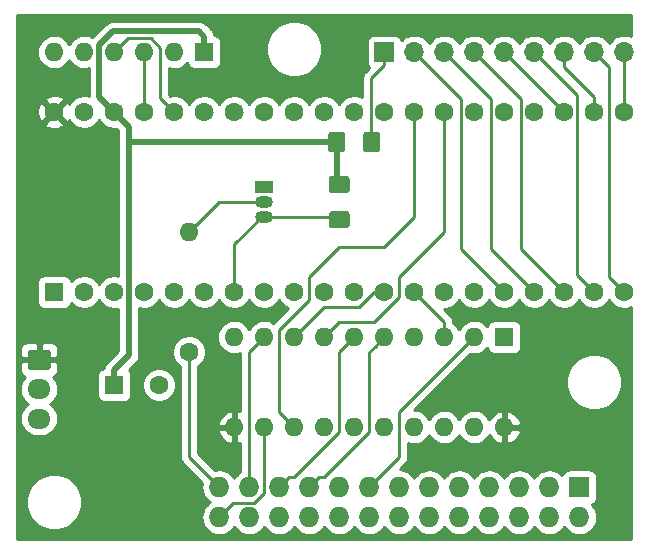
<source format=gbr>
G04 #@! TF.GenerationSoftware,KiCad,Pcbnew,5.1.4+dfsg1-1*
G04 #@! TF.CreationDate,2020-02-29T16:09:42-08:00*
G04 #@! TF.ProjectId,teensy_audio_player_kicad,7465656e-7379-45f6-9175-64696f5f706c,rev?*
G04 #@! TF.SameCoordinates,Original*
G04 #@! TF.FileFunction,Copper,L1,Top*
G04 #@! TF.FilePolarity,Positive*
%FSLAX46Y46*%
G04 Gerber Fmt 4.6, Leading zero omitted, Abs format (unit mm)*
G04 Created by KiCad (PCBNEW 5.1.4+dfsg1-1) date 2020-02-29 16:09:42*
%MOMM*%
%LPD*%
G04 APERTURE LIST*
%ADD10O,1.600000X1.600000*%
%ADD11R,1.600000X1.600000*%
%ADD12C,0.100000*%
%ADD13C,1.425000*%
%ADD14C,1.600000*%
%ADD15R,1.500000X1.050000*%
%ADD16O,1.500000X1.050000*%
%ADD17O,1.727200X1.727200*%
%ADD18R,1.727200X1.727200*%
%ADD19C,1.700000*%
%ADD20O,1.950000X1.700000*%
%ADD21O,1.700000X1.700000*%
%ADD22R,1.700000X1.700000*%
%ADD23C,0.250000*%
%ADD24C,0.500000*%
%ADD25C,0.254000*%
G04 APERTURE END LIST*
D10*
X80010000Y-59690000D03*
X82550000Y-59690000D03*
X85090000Y-59690000D03*
X87630000Y-59690000D03*
X90170000Y-59690000D03*
D11*
X92710000Y-59690000D03*
D12*
G36*
X104409504Y-66436204D02*
G01*
X104433773Y-66439804D01*
X104457571Y-66445765D01*
X104480671Y-66454030D01*
X104502849Y-66464520D01*
X104523893Y-66477133D01*
X104543598Y-66491747D01*
X104561777Y-66508223D01*
X104578253Y-66526402D01*
X104592867Y-66546107D01*
X104605480Y-66567151D01*
X104615970Y-66589329D01*
X104624235Y-66612429D01*
X104630196Y-66636227D01*
X104633796Y-66660496D01*
X104635000Y-66685000D01*
X104635000Y-67935000D01*
X104633796Y-67959504D01*
X104630196Y-67983773D01*
X104624235Y-68007571D01*
X104615970Y-68030671D01*
X104605480Y-68052849D01*
X104592867Y-68073893D01*
X104578253Y-68093598D01*
X104561777Y-68111777D01*
X104543598Y-68128253D01*
X104523893Y-68142867D01*
X104502849Y-68155480D01*
X104480671Y-68165970D01*
X104457571Y-68174235D01*
X104433773Y-68180196D01*
X104409504Y-68183796D01*
X104385000Y-68185000D01*
X103460000Y-68185000D01*
X103435496Y-68183796D01*
X103411227Y-68180196D01*
X103387429Y-68174235D01*
X103364329Y-68165970D01*
X103342151Y-68155480D01*
X103321107Y-68142867D01*
X103301402Y-68128253D01*
X103283223Y-68111777D01*
X103266747Y-68093598D01*
X103252133Y-68073893D01*
X103239520Y-68052849D01*
X103229030Y-68030671D01*
X103220765Y-68007571D01*
X103214804Y-67983773D01*
X103211204Y-67959504D01*
X103210000Y-67935000D01*
X103210000Y-66685000D01*
X103211204Y-66660496D01*
X103214804Y-66636227D01*
X103220765Y-66612429D01*
X103229030Y-66589329D01*
X103239520Y-66567151D01*
X103252133Y-66546107D01*
X103266747Y-66526402D01*
X103283223Y-66508223D01*
X103301402Y-66491747D01*
X103321107Y-66477133D01*
X103342151Y-66464520D01*
X103364329Y-66454030D01*
X103387429Y-66445765D01*
X103411227Y-66439804D01*
X103435496Y-66436204D01*
X103460000Y-66435000D01*
X104385000Y-66435000D01*
X104409504Y-66436204D01*
X104409504Y-66436204D01*
G37*
D13*
X103922500Y-67310000D03*
D12*
G36*
X107384504Y-66436204D02*
G01*
X107408773Y-66439804D01*
X107432571Y-66445765D01*
X107455671Y-66454030D01*
X107477849Y-66464520D01*
X107498893Y-66477133D01*
X107518598Y-66491747D01*
X107536777Y-66508223D01*
X107553253Y-66526402D01*
X107567867Y-66546107D01*
X107580480Y-66567151D01*
X107590970Y-66589329D01*
X107599235Y-66612429D01*
X107605196Y-66636227D01*
X107608796Y-66660496D01*
X107610000Y-66685000D01*
X107610000Y-67935000D01*
X107608796Y-67959504D01*
X107605196Y-67983773D01*
X107599235Y-68007571D01*
X107590970Y-68030671D01*
X107580480Y-68052849D01*
X107567867Y-68073893D01*
X107553253Y-68093598D01*
X107536777Y-68111777D01*
X107518598Y-68128253D01*
X107498893Y-68142867D01*
X107477849Y-68155480D01*
X107455671Y-68165970D01*
X107432571Y-68174235D01*
X107408773Y-68180196D01*
X107384504Y-68183796D01*
X107360000Y-68185000D01*
X106435000Y-68185000D01*
X106410496Y-68183796D01*
X106386227Y-68180196D01*
X106362429Y-68174235D01*
X106339329Y-68165970D01*
X106317151Y-68155480D01*
X106296107Y-68142867D01*
X106276402Y-68128253D01*
X106258223Y-68111777D01*
X106241747Y-68093598D01*
X106227133Y-68073893D01*
X106214520Y-68052849D01*
X106204030Y-68030671D01*
X106195765Y-68007571D01*
X106189804Y-67983773D01*
X106186204Y-67959504D01*
X106185000Y-67935000D01*
X106185000Y-66685000D01*
X106186204Y-66660496D01*
X106189804Y-66636227D01*
X106195765Y-66612429D01*
X106204030Y-66589329D01*
X106214520Y-66567151D01*
X106227133Y-66546107D01*
X106241747Y-66526402D01*
X106258223Y-66508223D01*
X106276402Y-66491747D01*
X106296107Y-66477133D01*
X106317151Y-66464520D01*
X106339329Y-66454030D01*
X106362429Y-66445765D01*
X106386227Y-66439804D01*
X106410496Y-66436204D01*
X106435000Y-66435000D01*
X107360000Y-66435000D01*
X107384504Y-66436204D01*
X107384504Y-66436204D01*
G37*
D13*
X106897500Y-67310000D03*
D14*
X120650000Y-80010000D03*
X123190000Y-80010000D03*
X125730000Y-80010000D03*
X128270000Y-80010000D03*
X118110000Y-80010000D03*
X115570000Y-80010000D03*
X113030000Y-80010000D03*
X128270000Y-64770000D03*
X125730000Y-64770000D03*
X123190000Y-64770000D03*
X120650000Y-64770000D03*
X110490000Y-80010000D03*
X107950000Y-80010000D03*
X105410000Y-80010000D03*
X102870000Y-80010000D03*
X100330000Y-80010000D03*
X97790000Y-80010000D03*
X95250000Y-80010000D03*
X92710000Y-80010000D03*
X90170000Y-80010000D03*
X87630000Y-80010000D03*
X85090000Y-80010000D03*
X82550000Y-80010000D03*
D11*
X80010000Y-80010000D03*
D14*
X118110000Y-64770000D03*
X115570000Y-64770000D03*
X113030000Y-64770000D03*
X110490000Y-64770000D03*
X107950000Y-64770000D03*
X105410000Y-64770000D03*
X102870000Y-64770000D03*
X100330000Y-64770000D03*
X97790000Y-64770000D03*
X95250000Y-64770000D03*
X92710000Y-64770000D03*
X90170000Y-64770000D03*
X87630000Y-64770000D03*
X85090000Y-64770000D03*
X82550000Y-64770000D03*
X80010000Y-64770000D03*
D10*
X91440000Y-74930000D03*
D14*
X91440000Y-85090000D03*
D12*
G36*
X104789504Y-70191204D02*
G01*
X104813773Y-70194804D01*
X104837571Y-70200765D01*
X104860671Y-70209030D01*
X104882849Y-70219520D01*
X104903893Y-70232133D01*
X104923598Y-70246747D01*
X104941777Y-70263223D01*
X104958253Y-70281402D01*
X104972867Y-70301107D01*
X104985480Y-70322151D01*
X104995970Y-70344329D01*
X105004235Y-70367429D01*
X105010196Y-70391227D01*
X105013796Y-70415496D01*
X105015000Y-70440000D01*
X105015000Y-71365000D01*
X105013796Y-71389504D01*
X105010196Y-71413773D01*
X105004235Y-71437571D01*
X104995970Y-71460671D01*
X104985480Y-71482849D01*
X104972867Y-71503893D01*
X104958253Y-71523598D01*
X104941777Y-71541777D01*
X104923598Y-71558253D01*
X104903893Y-71572867D01*
X104882849Y-71585480D01*
X104860671Y-71595970D01*
X104837571Y-71604235D01*
X104813773Y-71610196D01*
X104789504Y-71613796D01*
X104765000Y-71615000D01*
X103515000Y-71615000D01*
X103490496Y-71613796D01*
X103466227Y-71610196D01*
X103442429Y-71604235D01*
X103419329Y-71595970D01*
X103397151Y-71585480D01*
X103376107Y-71572867D01*
X103356402Y-71558253D01*
X103338223Y-71541777D01*
X103321747Y-71523598D01*
X103307133Y-71503893D01*
X103294520Y-71482849D01*
X103284030Y-71460671D01*
X103275765Y-71437571D01*
X103269804Y-71413773D01*
X103266204Y-71389504D01*
X103265000Y-71365000D01*
X103265000Y-70440000D01*
X103266204Y-70415496D01*
X103269804Y-70391227D01*
X103275765Y-70367429D01*
X103284030Y-70344329D01*
X103294520Y-70322151D01*
X103307133Y-70301107D01*
X103321747Y-70281402D01*
X103338223Y-70263223D01*
X103356402Y-70246747D01*
X103376107Y-70232133D01*
X103397151Y-70219520D01*
X103419329Y-70209030D01*
X103442429Y-70200765D01*
X103466227Y-70194804D01*
X103490496Y-70191204D01*
X103515000Y-70190000D01*
X104765000Y-70190000D01*
X104789504Y-70191204D01*
X104789504Y-70191204D01*
G37*
D13*
X104140000Y-70902500D03*
D12*
G36*
X104789504Y-73166204D02*
G01*
X104813773Y-73169804D01*
X104837571Y-73175765D01*
X104860671Y-73184030D01*
X104882849Y-73194520D01*
X104903893Y-73207133D01*
X104923598Y-73221747D01*
X104941777Y-73238223D01*
X104958253Y-73256402D01*
X104972867Y-73276107D01*
X104985480Y-73297151D01*
X104995970Y-73319329D01*
X105004235Y-73342429D01*
X105010196Y-73366227D01*
X105013796Y-73390496D01*
X105015000Y-73415000D01*
X105015000Y-74340000D01*
X105013796Y-74364504D01*
X105010196Y-74388773D01*
X105004235Y-74412571D01*
X104995970Y-74435671D01*
X104985480Y-74457849D01*
X104972867Y-74478893D01*
X104958253Y-74498598D01*
X104941777Y-74516777D01*
X104923598Y-74533253D01*
X104903893Y-74547867D01*
X104882849Y-74560480D01*
X104860671Y-74570970D01*
X104837571Y-74579235D01*
X104813773Y-74585196D01*
X104789504Y-74588796D01*
X104765000Y-74590000D01*
X103515000Y-74590000D01*
X103490496Y-74588796D01*
X103466227Y-74585196D01*
X103442429Y-74579235D01*
X103419329Y-74570970D01*
X103397151Y-74560480D01*
X103376107Y-74547867D01*
X103356402Y-74533253D01*
X103338223Y-74516777D01*
X103321747Y-74498598D01*
X103307133Y-74478893D01*
X103294520Y-74457849D01*
X103284030Y-74435671D01*
X103275765Y-74412571D01*
X103269804Y-74388773D01*
X103266204Y-74364504D01*
X103265000Y-74340000D01*
X103265000Y-73415000D01*
X103266204Y-73390496D01*
X103269804Y-73366227D01*
X103275765Y-73342429D01*
X103284030Y-73319329D01*
X103294520Y-73297151D01*
X103307133Y-73276107D01*
X103321747Y-73256402D01*
X103338223Y-73238223D01*
X103356402Y-73221747D01*
X103376107Y-73207133D01*
X103397151Y-73194520D01*
X103419329Y-73184030D01*
X103442429Y-73175765D01*
X103466227Y-73169804D01*
X103490496Y-73166204D01*
X103515000Y-73165000D01*
X104765000Y-73165000D01*
X104789504Y-73166204D01*
X104789504Y-73166204D01*
G37*
D13*
X104140000Y-73877500D03*
D15*
X97790000Y-71120000D03*
D16*
X97790000Y-73660000D03*
X97790000Y-72390000D03*
D17*
X93980000Y-99060000D03*
X93980000Y-96520000D03*
X96520000Y-99060000D03*
X96520000Y-96520000D03*
X99060000Y-99060000D03*
X99060000Y-96520000D03*
X101600000Y-99060000D03*
X101600000Y-96520000D03*
X104140000Y-99060000D03*
X104140000Y-96520000D03*
X106680000Y-99060000D03*
X106680000Y-96520000D03*
X109220000Y-99060000D03*
X109220000Y-96520000D03*
X111760000Y-99060000D03*
X111760000Y-96520000D03*
X114300000Y-99060000D03*
X114300000Y-96520000D03*
X116840000Y-99060000D03*
X116840000Y-96520000D03*
X119380000Y-99060000D03*
X119380000Y-96520000D03*
X121920000Y-99060000D03*
X121920000Y-96520000D03*
X124460000Y-99060000D03*
D18*
X124460000Y-96520000D03*
D12*
G36*
X79489504Y-84876204D02*
G01*
X79513773Y-84879804D01*
X79537571Y-84885765D01*
X79560671Y-84894030D01*
X79582849Y-84904520D01*
X79603893Y-84917133D01*
X79623598Y-84931747D01*
X79641777Y-84948223D01*
X79658253Y-84966402D01*
X79672867Y-84986107D01*
X79685480Y-85007151D01*
X79695970Y-85029329D01*
X79704235Y-85052429D01*
X79710196Y-85076227D01*
X79713796Y-85100496D01*
X79715000Y-85125000D01*
X79715000Y-86325000D01*
X79713796Y-86349504D01*
X79710196Y-86373773D01*
X79704235Y-86397571D01*
X79695970Y-86420671D01*
X79685480Y-86442849D01*
X79672867Y-86463893D01*
X79658253Y-86483598D01*
X79641777Y-86501777D01*
X79623598Y-86518253D01*
X79603893Y-86532867D01*
X79582849Y-86545480D01*
X79560671Y-86555970D01*
X79537571Y-86564235D01*
X79513773Y-86570196D01*
X79489504Y-86573796D01*
X79465000Y-86575000D01*
X78015000Y-86575000D01*
X77990496Y-86573796D01*
X77966227Y-86570196D01*
X77942429Y-86564235D01*
X77919329Y-86555970D01*
X77897151Y-86545480D01*
X77876107Y-86532867D01*
X77856402Y-86518253D01*
X77838223Y-86501777D01*
X77821747Y-86483598D01*
X77807133Y-86463893D01*
X77794520Y-86442849D01*
X77784030Y-86420671D01*
X77775765Y-86397571D01*
X77769804Y-86373773D01*
X77766204Y-86349504D01*
X77765000Y-86325000D01*
X77765000Y-85125000D01*
X77766204Y-85100496D01*
X77769804Y-85076227D01*
X77775765Y-85052429D01*
X77784030Y-85029329D01*
X77794520Y-85007151D01*
X77807133Y-84986107D01*
X77821747Y-84966402D01*
X77838223Y-84948223D01*
X77856402Y-84931747D01*
X77876107Y-84917133D01*
X77897151Y-84904520D01*
X77919329Y-84894030D01*
X77942429Y-84885765D01*
X77966227Y-84879804D01*
X77990496Y-84876204D01*
X78015000Y-84875000D01*
X79465000Y-84875000D01*
X79489504Y-84876204D01*
X79489504Y-84876204D01*
G37*
D19*
X78740000Y-85725000D03*
D20*
X78740000Y-88225000D03*
X78740000Y-90725000D03*
D11*
X118110000Y-83820000D03*
D10*
X95250000Y-91440000D03*
X115570000Y-83820000D03*
X97790000Y-91440000D03*
X113030000Y-83820000D03*
X100330000Y-91440000D03*
X110490000Y-83820000D03*
X102870000Y-91440000D03*
X107950000Y-83820000D03*
X105410000Y-91440000D03*
X105410000Y-83820000D03*
X107950000Y-91440000D03*
X102870000Y-83820000D03*
X110490000Y-91440000D03*
X100330000Y-83820000D03*
X113030000Y-91440000D03*
X97790000Y-83820000D03*
X115570000Y-91440000D03*
X95250000Y-83820000D03*
X118110000Y-91440000D03*
D11*
X85090000Y-87884000D03*
D14*
X88890000Y-87884000D03*
D21*
X128270000Y-59690000D03*
X125730000Y-59690000D03*
X123190000Y-59690000D03*
X120650000Y-59690000D03*
X118110000Y-59690000D03*
X115570000Y-59690000D03*
X113030000Y-59690000D03*
X110490000Y-59690000D03*
D22*
X107950000Y-59690000D03*
D23*
X107460870Y-95739130D02*
X106680000Y-96520000D01*
X109220000Y-93980000D02*
X107460870Y-95739130D01*
X115570000Y-83820000D02*
X109220000Y-90170000D01*
X109220000Y-90170000D02*
X109220000Y-93980000D01*
X107150001Y-84619999D02*
X107950000Y-83820000D01*
X106680000Y-85090000D02*
X107150001Y-84619999D01*
X106680000Y-91835002D02*
X106680000Y-85090000D01*
X101600000Y-96520000D02*
X102463599Y-95656401D01*
X102858601Y-95656401D02*
X106680000Y-91835002D01*
X102463599Y-95656401D02*
X102858601Y-95656401D01*
X99923599Y-95656401D02*
X99060000Y-96520000D01*
X105410000Y-83820000D02*
X104140000Y-85090000D01*
X104140000Y-85090000D02*
X104140000Y-91835002D01*
X100318601Y-95656401D02*
X99923599Y-95656401D01*
X104140000Y-91835002D02*
X100318601Y-95656401D01*
X97790000Y-83820000D02*
X96520000Y-85090000D01*
X96520000Y-85090000D02*
X96520000Y-91948000D01*
X96520000Y-91948000D02*
X96520000Y-96520000D01*
X91440000Y-93980000D02*
X93980000Y-96520000D01*
X91440000Y-87630000D02*
X91440000Y-93980000D01*
X91440000Y-87630000D02*
X91440000Y-85090000D01*
X97770871Y-91459129D02*
X97770871Y-92239999D01*
X97790000Y-91440000D02*
X97770871Y-91459129D01*
X94843599Y-98196401D02*
X93980000Y-99060000D01*
X96927731Y-97871399D02*
X95168601Y-97871399D01*
X95168601Y-97871399D02*
X94843599Y-98196401D01*
X97790000Y-97009130D02*
X96927731Y-97871399D01*
X97790000Y-91440000D02*
X97790000Y-97009130D01*
X103705000Y-70902500D02*
X104140000Y-70902500D01*
D24*
X86340001Y-66020001D02*
X85889999Y-65569999D01*
X85889999Y-65569999D02*
X85090000Y-64770000D01*
X85090000Y-86584000D02*
X86340001Y-85333999D01*
X85090000Y-87884000D02*
X85090000Y-86584000D01*
X86360000Y-67310000D02*
X86340001Y-67329999D01*
X103922500Y-67310000D02*
X86360000Y-67310000D01*
X86340001Y-85333999D02*
X86340001Y-67329999D01*
X86340001Y-67329999D02*
X86340001Y-66020001D01*
X103922500Y-70685000D02*
X104140000Y-70902500D01*
X103922500Y-67310000D02*
X103922500Y-70685000D01*
X92710000Y-58390000D02*
X92710000Y-59690000D01*
X92259989Y-57939989D02*
X92710000Y-58390000D01*
X84990009Y-57939989D02*
X92259989Y-57939989D01*
X83839999Y-63519999D02*
X83839999Y-59089999D01*
X83839999Y-59089999D02*
X84990009Y-57939989D01*
X85090000Y-64770000D02*
X83839999Y-63519999D01*
D23*
X113030000Y-82550000D02*
X110490000Y-80010000D01*
X113030000Y-83820000D02*
X113030000Y-82550000D01*
X102870000Y-81280000D02*
X100330000Y-83820000D01*
X105805002Y-81280000D02*
X102870000Y-81280000D01*
X107950000Y-80010000D02*
X107075002Y-80010000D01*
X107075002Y-80010000D02*
X105805002Y-81280000D01*
X113030000Y-74930000D02*
X113030000Y-64770000D01*
X104140000Y-82550000D02*
X107075002Y-82550000D01*
X109220000Y-78740000D02*
X113030000Y-74930000D01*
X102870000Y-83820000D02*
X104140000Y-82550000D01*
X107075002Y-82550000D02*
X109220000Y-80405002D01*
X109220000Y-80405002D02*
X109220000Y-78740000D01*
X110490000Y-69850000D02*
X110490000Y-64770000D01*
X110490000Y-73660000D02*
X110490000Y-69850000D01*
X107950000Y-76200000D02*
X110490000Y-73660000D01*
X99060000Y-90170000D02*
X99060000Y-83185000D01*
X99060000Y-83185000D02*
X101600000Y-80645000D01*
X100330000Y-91440000D02*
X99060000Y-90170000D01*
X101600000Y-80645000D02*
X101600000Y-78740000D01*
X104140000Y-76200000D02*
X107950000Y-76200000D01*
X101600000Y-78740000D02*
X104140000Y-76200000D01*
X95885000Y-64770000D02*
X95250000Y-64770000D01*
X93345000Y-64770000D02*
X92710000Y-64770000D01*
X88994999Y-63594999D02*
X89370001Y-63970001D01*
X88994999Y-59315997D02*
X88994999Y-63594999D01*
X89370001Y-63970001D02*
X90170000Y-64770000D01*
X88194001Y-58514999D02*
X88994999Y-59315997D01*
X86265001Y-58514999D02*
X88194001Y-58514999D01*
X85090000Y-59690000D02*
X86265001Y-58514999D01*
X87630000Y-63500000D02*
X87630000Y-64770000D01*
X87630000Y-59690000D02*
X87630000Y-63500000D01*
X128270000Y-59690000D02*
X128270000Y-64770000D01*
X127470001Y-79210001D02*
X128270000Y-80010000D01*
X127000000Y-78740000D02*
X127470001Y-79210001D01*
X127000000Y-60960000D02*
X127000000Y-78740000D01*
X125730000Y-59690000D02*
X127000000Y-60960000D01*
X123190000Y-59690000D02*
X123190000Y-60960000D01*
X125730000Y-63500000D02*
X125730000Y-64770000D01*
X123190000Y-60960000D02*
X125730000Y-63500000D01*
X124315001Y-78595001D02*
X124930001Y-79210001D01*
X124315001Y-63355001D02*
X124315001Y-78595001D01*
X124930001Y-79210001D02*
X125730000Y-80010000D01*
X120650000Y-59690000D02*
X124315001Y-63355001D01*
X118110000Y-59690000D02*
X123190000Y-64770000D01*
X122390001Y-79210001D02*
X123190000Y-80010000D01*
X119524999Y-76344999D02*
X122390001Y-79210001D01*
X119524999Y-63644999D02*
X119524999Y-76344999D01*
X115570000Y-59690000D02*
X119524999Y-63644999D01*
X119850001Y-79210001D02*
X120650000Y-80010000D01*
X116984999Y-76344999D02*
X119850001Y-79210001D01*
X116984999Y-63644999D02*
X116984999Y-76344999D01*
X113030000Y-59690000D02*
X116984999Y-63644999D01*
X114444999Y-76344999D02*
X117310001Y-79210001D01*
X117310001Y-79210001D02*
X118110000Y-80010000D01*
X114444999Y-63644999D02*
X114444999Y-76344999D01*
X110490000Y-59690000D02*
X114444999Y-63644999D01*
X107950000Y-60790000D02*
X107950000Y-59690000D01*
X106824999Y-61915001D02*
X107950000Y-60790000D01*
X106897500Y-67310000D02*
X106824999Y-67237499D01*
X106824999Y-67237499D02*
X106824999Y-61915001D01*
X98200000Y-73660000D02*
X98425000Y-73660000D01*
X97565000Y-73660000D02*
X97790000Y-73660000D01*
X95250000Y-75975000D02*
X97565000Y-73660000D01*
X95250000Y-80010000D02*
X95250000Y-75975000D01*
X103922500Y-73660000D02*
X97790000Y-73660000D01*
X104140000Y-73877500D02*
X103922500Y-73660000D01*
X93980000Y-72390000D02*
X91440000Y-74930000D01*
X97790000Y-72390000D02*
X93980000Y-72390000D01*
D25*
G36*
X128880000Y-58332229D02*
G01*
X128841034Y-58311401D01*
X128561111Y-58226487D01*
X128342950Y-58205000D01*
X128197050Y-58205000D01*
X127978889Y-58226487D01*
X127698966Y-58311401D01*
X127440986Y-58449294D01*
X127214866Y-58634866D01*
X127029294Y-58860986D01*
X127000000Y-58915791D01*
X126970706Y-58860986D01*
X126785134Y-58634866D01*
X126559014Y-58449294D01*
X126301034Y-58311401D01*
X126021111Y-58226487D01*
X125802950Y-58205000D01*
X125657050Y-58205000D01*
X125438889Y-58226487D01*
X125158966Y-58311401D01*
X124900986Y-58449294D01*
X124674866Y-58634866D01*
X124489294Y-58860986D01*
X124460000Y-58915791D01*
X124430706Y-58860986D01*
X124245134Y-58634866D01*
X124019014Y-58449294D01*
X123761034Y-58311401D01*
X123481111Y-58226487D01*
X123262950Y-58205000D01*
X123117050Y-58205000D01*
X122898889Y-58226487D01*
X122618966Y-58311401D01*
X122360986Y-58449294D01*
X122134866Y-58634866D01*
X121949294Y-58860986D01*
X121920000Y-58915791D01*
X121890706Y-58860986D01*
X121705134Y-58634866D01*
X121479014Y-58449294D01*
X121221034Y-58311401D01*
X120941111Y-58226487D01*
X120722950Y-58205000D01*
X120577050Y-58205000D01*
X120358889Y-58226487D01*
X120078966Y-58311401D01*
X119820986Y-58449294D01*
X119594866Y-58634866D01*
X119409294Y-58860986D01*
X119380000Y-58915791D01*
X119350706Y-58860986D01*
X119165134Y-58634866D01*
X118939014Y-58449294D01*
X118681034Y-58311401D01*
X118401111Y-58226487D01*
X118182950Y-58205000D01*
X118037050Y-58205000D01*
X117818889Y-58226487D01*
X117538966Y-58311401D01*
X117280986Y-58449294D01*
X117054866Y-58634866D01*
X116869294Y-58860986D01*
X116840000Y-58915791D01*
X116810706Y-58860986D01*
X116625134Y-58634866D01*
X116399014Y-58449294D01*
X116141034Y-58311401D01*
X115861111Y-58226487D01*
X115642950Y-58205000D01*
X115497050Y-58205000D01*
X115278889Y-58226487D01*
X114998966Y-58311401D01*
X114740986Y-58449294D01*
X114514866Y-58634866D01*
X114329294Y-58860986D01*
X114300000Y-58915791D01*
X114270706Y-58860986D01*
X114085134Y-58634866D01*
X113859014Y-58449294D01*
X113601034Y-58311401D01*
X113321111Y-58226487D01*
X113102950Y-58205000D01*
X112957050Y-58205000D01*
X112738889Y-58226487D01*
X112458966Y-58311401D01*
X112200986Y-58449294D01*
X111974866Y-58634866D01*
X111789294Y-58860986D01*
X111760000Y-58915791D01*
X111730706Y-58860986D01*
X111545134Y-58634866D01*
X111319014Y-58449294D01*
X111061034Y-58311401D01*
X110781111Y-58226487D01*
X110562950Y-58205000D01*
X110417050Y-58205000D01*
X110198889Y-58226487D01*
X109918966Y-58311401D01*
X109660986Y-58449294D01*
X109434866Y-58634866D01*
X109410393Y-58664687D01*
X109389502Y-58595820D01*
X109330537Y-58485506D01*
X109251185Y-58388815D01*
X109154494Y-58309463D01*
X109044180Y-58250498D01*
X108924482Y-58214188D01*
X108800000Y-58201928D01*
X107100000Y-58201928D01*
X106975518Y-58214188D01*
X106855820Y-58250498D01*
X106745506Y-58309463D01*
X106648815Y-58388815D01*
X106569463Y-58485506D01*
X106510498Y-58595820D01*
X106474188Y-58715518D01*
X106461928Y-58840000D01*
X106461928Y-60540000D01*
X106474188Y-60664482D01*
X106510498Y-60784180D01*
X106569463Y-60894494D01*
X106648815Y-60991185D01*
X106662655Y-61002543D01*
X106313997Y-61351202D01*
X106284999Y-61375000D01*
X106261201Y-61403998D01*
X106261200Y-61403999D01*
X106190025Y-61490725D01*
X106119453Y-61622755D01*
X106075997Y-61766016D01*
X106061323Y-61915001D01*
X106065000Y-61952333D01*
X106065000Y-63488078D01*
X105828574Y-63390147D01*
X105551335Y-63335000D01*
X105268665Y-63335000D01*
X104991426Y-63390147D01*
X104730273Y-63498320D01*
X104495241Y-63655363D01*
X104295363Y-63855241D01*
X104140000Y-64087759D01*
X103984637Y-63855241D01*
X103784759Y-63655363D01*
X103549727Y-63498320D01*
X103288574Y-63390147D01*
X103011335Y-63335000D01*
X102728665Y-63335000D01*
X102451426Y-63390147D01*
X102190273Y-63498320D01*
X101955241Y-63655363D01*
X101755363Y-63855241D01*
X101600000Y-64087759D01*
X101444637Y-63855241D01*
X101244759Y-63655363D01*
X101009727Y-63498320D01*
X100748574Y-63390147D01*
X100471335Y-63335000D01*
X100188665Y-63335000D01*
X99911426Y-63390147D01*
X99650273Y-63498320D01*
X99415241Y-63655363D01*
X99215363Y-63855241D01*
X99060000Y-64087759D01*
X98904637Y-63855241D01*
X98704759Y-63655363D01*
X98469727Y-63498320D01*
X98208574Y-63390147D01*
X97931335Y-63335000D01*
X97648665Y-63335000D01*
X97371426Y-63390147D01*
X97110273Y-63498320D01*
X96875241Y-63655363D01*
X96675363Y-63855241D01*
X96520000Y-64087759D01*
X96364637Y-63855241D01*
X96164759Y-63655363D01*
X95929727Y-63498320D01*
X95668574Y-63390147D01*
X95391335Y-63335000D01*
X95108665Y-63335000D01*
X94831426Y-63390147D01*
X94570273Y-63498320D01*
X94335241Y-63655363D01*
X94135363Y-63855241D01*
X93980000Y-64087759D01*
X93824637Y-63855241D01*
X93624759Y-63655363D01*
X93389727Y-63498320D01*
X93128574Y-63390147D01*
X92851335Y-63335000D01*
X92568665Y-63335000D01*
X92291426Y-63390147D01*
X92030273Y-63498320D01*
X91795241Y-63655363D01*
X91595363Y-63855241D01*
X91440000Y-64087759D01*
X91284637Y-63855241D01*
X91084759Y-63655363D01*
X90849727Y-63498320D01*
X90588574Y-63390147D01*
X90311335Y-63335000D01*
X90028665Y-63335000D01*
X89846113Y-63371312D01*
X89754999Y-63280198D01*
X89754999Y-61063681D01*
X89888691Y-61104236D01*
X90099508Y-61125000D01*
X90240492Y-61125000D01*
X90451309Y-61104236D01*
X90721808Y-61022182D01*
X90971101Y-60888932D01*
X91189608Y-60709608D01*
X91282419Y-60596518D01*
X91284188Y-60614482D01*
X91320498Y-60734180D01*
X91379463Y-60844494D01*
X91458815Y-60941185D01*
X91555506Y-61020537D01*
X91665820Y-61079502D01*
X91785518Y-61115812D01*
X91910000Y-61128072D01*
X93510000Y-61128072D01*
X93634482Y-61115812D01*
X93754180Y-61079502D01*
X93864494Y-61020537D01*
X93961185Y-60941185D01*
X94040537Y-60844494D01*
X94099502Y-60734180D01*
X94135812Y-60614482D01*
X94148072Y-60490000D01*
X94148072Y-59201098D01*
X97945000Y-59201098D01*
X97945000Y-59670902D01*
X98036654Y-60131679D01*
X98216440Y-60565721D01*
X98477450Y-60956349D01*
X98809651Y-61288550D01*
X99200279Y-61549560D01*
X99634321Y-61729346D01*
X100095098Y-61821000D01*
X100564902Y-61821000D01*
X101025679Y-61729346D01*
X101459721Y-61549560D01*
X101850349Y-61288550D01*
X102182550Y-60956349D01*
X102443560Y-60565721D01*
X102623346Y-60131679D01*
X102715000Y-59670902D01*
X102715000Y-59201098D01*
X102623346Y-58740321D01*
X102443560Y-58306279D01*
X102182550Y-57915651D01*
X101850349Y-57583450D01*
X101459721Y-57322440D01*
X101025679Y-57142654D01*
X100564902Y-57051000D01*
X100095098Y-57051000D01*
X99634321Y-57142654D01*
X99200279Y-57322440D01*
X98809651Y-57583450D01*
X98477450Y-57915651D01*
X98216440Y-58306279D01*
X98036654Y-58740321D01*
X97945000Y-59201098D01*
X94148072Y-59201098D01*
X94148072Y-58890000D01*
X94135812Y-58765518D01*
X94099502Y-58645820D01*
X94040537Y-58535506D01*
X93961185Y-58438815D01*
X93864494Y-58359463D01*
X93754180Y-58300498D01*
X93634482Y-58264188D01*
X93586425Y-58259455D01*
X93582195Y-58216510D01*
X93577404Y-58200717D01*
X93531589Y-58049686D01*
X93459946Y-57915651D01*
X93449411Y-57895941D01*
X93338817Y-57761183D01*
X93305045Y-57733467D01*
X92916523Y-57344945D01*
X92888806Y-57311172D01*
X92754048Y-57200578D01*
X92600302Y-57118400D01*
X92433479Y-57067794D01*
X92303466Y-57054989D01*
X92303458Y-57054989D01*
X92259989Y-57050708D01*
X92216520Y-57054989D01*
X85033478Y-57054989D01*
X84990009Y-57050708D01*
X84946540Y-57054989D01*
X84946532Y-57054989D01*
X84816519Y-57067794D01*
X84649696Y-57118400D01*
X84495950Y-57200578D01*
X84394962Y-57283457D01*
X84394960Y-57283459D01*
X84361192Y-57311172D01*
X84333479Y-57344940D01*
X83244950Y-58433470D01*
X83244316Y-58433990D01*
X83101808Y-58357818D01*
X82831309Y-58275764D01*
X82620492Y-58255000D01*
X82479508Y-58255000D01*
X82268691Y-58275764D01*
X81998192Y-58357818D01*
X81748899Y-58491068D01*
X81530392Y-58670392D01*
X81351068Y-58888899D01*
X81280000Y-59021858D01*
X81208932Y-58888899D01*
X81029608Y-58670392D01*
X80811101Y-58491068D01*
X80561808Y-58357818D01*
X80291309Y-58275764D01*
X80080492Y-58255000D01*
X79939508Y-58255000D01*
X79728691Y-58275764D01*
X79458192Y-58357818D01*
X79208899Y-58491068D01*
X78990392Y-58670392D01*
X78811068Y-58888899D01*
X78677818Y-59138192D01*
X78595764Y-59408691D01*
X78568057Y-59690000D01*
X78595764Y-59971309D01*
X78677818Y-60241808D01*
X78811068Y-60491101D01*
X78990392Y-60709608D01*
X79208899Y-60888932D01*
X79458192Y-61022182D01*
X79728691Y-61104236D01*
X79939508Y-61125000D01*
X80080492Y-61125000D01*
X80291309Y-61104236D01*
X80561808Y-61022182D01*
X80811101Y-60888932D01*
X81029608Y-60709608D01*
X81208932Y-60491101D01*
X81280000Y-60358142D01*
X81351068Y-60491101D01*
X81530392Y-60709608D01*
X81748899Y-60888932D01*
X81998192Y-61022182D01*
X82268691Y-61104236D01*
X82479508Y-61125000D01*
X82620492Y-61125000D01*
X82831309Y-61104236D01*
X82955000Y-61066715D01*
X82954999Y-63387447D01*
X82691335Y-63335000D01*
X82408665Y-63335000D01*
X82131426Y-63390147D01*
X81870273Y-63498320D01*
X81635241Y-63655363D01*
X81435363Y-63855241D01*
X81279085Y-64089128D01*
X81246671Y-64028486D01*
X81002702Y-63956903D01*
X80189605Y-64770000D01*
X81002702Y-65583097D01*
X81246671Y-65511514D01*
X81277194Y-65447008D01*
X81278320Y-65449727D01*
X81435363Y-65684759D01*
X81635241Y-65884637D01*
X81870273Y-66041680D01*
X82131426Y-66149853D01*
X82408665Y-66205000D01*
X82691335Y-66205000D01*
X82968574Y-66149853D01*
X83229727Y-66041680D01*
X83464759Y-65884637D01*
X83664637Y-65684759D01*
X83820000Y-65452241D01*
X83975363Y-65684759D01*
X84175241Y-65884637D01*
X84410273Y-66041680D01*
X84671426Y-66149853D01*
X84948665Y-66205000D01*
X85231335Y-66205000D01*
X85266438Y-66198017D01*
X85294952Y-66226531D01*
X85294958Y-66226536D01*
X85455002Y-66386580D01*
X85455001Y-67286529D01*
X85450720Y-67329999D01*
X85455001Y-67373468D01*
X85455001Y-67373475D01*
X85455002Y-67373485D01*
X85455001Y-78619491D01*
X85231335Y-78575000D01*
X84948665Y-78575000D01*
X84671426Y-78630147D01*
X84410273Y-78738320D01*
X84175241Y-78895363D01*
X83975363Y-79095241D01*
X83820000Y-79327759D01*
X83664637Y-79095241D01*
X83464759Y-78895363D01*
X83229727Y-78738320D01*
X82968574Y-78630147D01*
X82691335Y-78575000D01*
X82408665Y-78575000D01*
X82131426Y-78630147D01*
X81870273Y-78738320D01*
X81635241Y-78895363D01*
X81436643Y-79093961D01*
X81435812Y-79085518D01*
X81399502Y-78965820D01*
X81340537Y-78855506D01*
X81261185Y-78758815D01*
X81164494Y-78679463D01*
X81054180Y-78620498D01*
X80934482Y-78584188D01*
X80810000Y-78571928D01*
X79210000Y-78571928D01*
X79085518Y-78584188D01*
X78965820Y-78620498D01*
X78855506Y-78679463D01*
X78758815Y-78758815D01*
X78679463Y-78855506D01*
X78620498Y-78965820D01*
X78584188Y-79085518D01*
X78571928Y-79210000D01*
X78571928Y-80810000D01*
X78584188Y-80934482D01*
X78620498Y-81054180D01*
X78679463Y-81164494D01*
X78758815Y-81261185D01*
X78855506Y-81340537D01*
X78965820Y-81399502D01*
X79085518Y-81435812D01*
X79210000Y-81448072D01*
X80810000Y-81448072D01*
X80934482Y-81435812D01*
X81054180Y-81399502D01*
X81164494Y-81340537D01*
X81261185Y-81261185D01*
X81340537Y-81164494D01*
X81399502Y-81054180D01*
X81435812Y-80934482D01*
X81436643Y-80926039D01*
X81635241Y-81124637D01*
X81870273Y-81281680D01*
X82131426Y-81389853D01*
X82408665Y-81445000D01*
X82691335Y-81445000D01*
X82968574Y-81389853D01*
X83229727Y-81281680D01*
X83464759Y-81124637D01*
X83664637Y-80924759D01*
X83820000Y-80692241D01*
X83975363Y-80924759D01*
X84175241Y-81124637D01*
X84410273Y-81281680D01*
X84671426Y-81389853D01*
X84948665Y-81445000D01*
X85231335Y-81445000D01*
X85455001Y-81400509D01*
X85455001Y-84967420D01*
X84494951Y-85927471D01*
X84461184Y-85955183D01*
X84433471Y-85988951D01*
X84433468Y-85988954D01*
X84350590Y-86089941D01*
X84268412Y-86243687D01*
X84217805Y-86410510D01*
X84213576Y-86453455D01*
X84165518Y-86458188D01*
X84045820Y-86494498D01*
X83935506Y-86553463D01*
X83838815Y-86632815D01*
X83759463Y-86729506D01*
X83700498Y-86839820D01*
X83664188Y-86959518D01*
X83651928Y-87084000D01*
X83651928Y-88684000D01*
X83664188Y-88808482D01*
X83700498Y-88928180D01*
X83759463Y-89038494D01*
X83838815Y-89135185D01*
X83935506Y-89214537D01*
X84045820Y-89273502D01*
X84165518Y-89309812D01*
X84290000Y-89322072D01*
X85890000Y-89322072D01*
X86014482Y-89309812D01*
X86134180Y-89273502D01*
X86244494Y-89214537D01*
X86341185Y-89135185D01*
X86420537Y-89038494D01*
X86479502Y-88928180D01*
X86515812Y-88808482D01*
X86528072Y-88684000D01*
X86528072Y-87742665D01*
X87455000Y-87742665D01*
X87455000Y-88025335D01*
X87510147Y-88302574D01*
X87618320Y-88563727D01*
X87775363Y-88798759D01*
X87975241Y-88998637D01*
X88210273Y-89155680D01*
X88471426Y-89263853D01*
X88748665Y-89319000D01*
X89031335Y-89319000D01*
X89308574Y-89263853D01*
X89569727Y-89155680D01*
X89804759Y-88998637D01*
X90004637Y-88798759D01*
X90161680Y-88563727D01*
X90269853Y-88302574D01*
X90325000Y-88025335D01*
X90325000Y-87742665D01*
X90269853Y-87465426D01*
X90161680Y-87204273D01*
X90004637Y-86969241D01*
X89804759Y-86769363D01*
X89569727Y-86612320D01*
X89308574Y-86504147D01*
X89031335Y-86449000D01*
X88748665Y-86449000D01*
X88471426Y-86504147D01*
X88210273Y-86612320D01*
X87975241Y-86769363D01*
X87775363Y-86969241D01*
X87618320Y-87204273D01*
X87510147Y-87465426D01*
X87455000Y-87742665D01*
X86528072Y-87742665D01*
X86528072Y-87084000D01*
X86515812Y-86959518D01*
X86479502Y-86839820D01*
X86420537Y-86729506D01*
X86341185Y-86632815D01*
X86314590Y-86610989D01*
X86935051Y-85990528D01*
X86968818Y-85962816D01*
X87079412Y-85828058D01*
X87161590Y-85674312D01*
X87212196Y-85507489D01*
X87225001Y-85377476D01*
X87225001Y-85377466D01*
X87229282Y-85334000D01*
X87225001Y-85290534D01*
X87225001Y-81392553D01*
X87488665Y-81445000D01*
X87771335Y-81445000D01*
X88048574Y-81389853D01*
X88309727Y-81281680D01*
X88544759Y-81124637D01*
X88744637Y-80924759D01*
X88900000Y-80692241D01*
X89055363Y-80924759D01*
X89255241Y-81124637D01*
X89490273Y-81281680D01*
X89751426Y-81389853D01*
X90028665Y-81445000D01*
X90311335Y-81445000D01*
X90588574Y-81389853D01*
X90849727Y-81281680D01*
X91084759Y-81124637D01*
X91284637Y-80924759D01*
X91440000Y-80692241D01*
X91595363Y-80924759D01*
X91795241Y-81124637D01*
X92030273Y-81281680D01*
X92291426Y-81389853D01*
X92568665Y-81445000D01*
X92851335Y-81445000D01*
X93128574Y-81389853D01*
X93389727Y-81281680D01*
X93624759Y-81124637D01*
X93824637Y-80924759D01*
X93980000Y-80692241D01*
X94135363Y-80924759D01*
X94335241Y-81124637D01*
X94570273Y-81281680D01*
X94831426Y-81389853D01*
X95108665Y-81445000D01*
X95391335Y-81445000D01*
X95668574Y-81389853D01*
X95929727Y-81281680D01*
X96164759Y-81124637D01*
X96364637Y-80924759D01*
X96520000Y-80692241D01*
X96675363Y-80924759D01*
X96875241Y-81124637D01*
X97110273Y-81281680D01*
X97371426Y-81389853D01*
X97648665Y-81445000D01*
X97931335Y-81445000D01*
X98208574Y-81389853D01*
X98469727Y-81281680D01*
X98704759Y-81124637D01*
X98904637Y-80924759D01*
X99060000Y-80692241D01*
X99215363Y-80924759D01*
X99415241Y-81124637D01*
X99650273Y-81281680D01*
X99818738Y-81351460D01*
X98563750Y-82606449D01*
X98341808Y-82487818D01*
X98071309Y-82405764D01*
X97860492Y-82385000D01*
X97719508Y-82385000D01*
X97508691Y-82405764D01*
X97238192Y-82487818D01*
X96988899Y-82621068D01*
X96770392Y-82800392D01*
X96591068Y-83018899D01*
X96520000Y-83151858D01*
X96448932Y-83018899D01*
X96269608Y-82800392D01*
X96051101Y-82621068D01*
X95801808Y-82487818D01*
X95531309Y-82405764D01*
X95320492Y-82385000D01*
X95179508Y-82385000D01*
X94968691Y-82405764D01*
X94698192Y-82487818D01*
X94448899Y-82621068D01*
X94230392Y-82800392D01*
X94051068Y-83018899D01*
X93917818Y-83268192D01*
X93835764Y-83538691D01*
X93808057Y-83820000D01*
X93835764Y-84101309D01*
X93917818Y-84371808D01*
X94051068Y-84621101D01*
X94230392Y-84839608D01*
X94448899Y-85018932D01*
X94698192Y-85152182D01*
X94968691Y-85234236D01*
X95179508Y-85255000D01*
X95320492Y-85255000D01*
X95531309Y-85234236D01*
X95760000Y-85164864D01*
X95760001Y-90101475D01*
X95733087Y-90088754D01*
X95599039Y-90048096D01*
X95377000Y-90170085D01*
X95377000Y-91313000D01*
X95397000Y-91313000D01*
X95397000Y-91567000D01*
X95377000Y-91567000D01*
X95377000Y-92709915D01*
X95599039Y-92831904D01*
X95733087Y-92791246D01*
X95760000Y-92778526D01*
X95760001Y-95226984D01*
X95683394Y-95267931D01*
X95455203Y-95455203D01*
X95267931Y-95683394D01*
X95250000Y-95716940D01*
X95232069Y-95683394D01*
X95044797Y-95455203D01*
X94816606Y-95267931D01*
X94556264Y-95128775D01*
X94273777Y-95043084D01*
X94053619Y-95021400D01*
X93906381Y-95021400D01*
X93686223Y-95043084D01*
X93603101Y-95068299D01*
X92200000Y-93665199D01*
X92200000Y-91789040D01*
X93858091Y-91789040D01*
X93952930Y-92053881D01*
X94097615Y-92295131D01*
X94286586Y-92503519D01*
X94512580Y-92671037D01*
X94766913Y-92791246D01*
X94900961Y-92831904D01*
X95123000Y-92709915D01*
X95123000Y-91567000D01*
X93979376Y-91567000D01*
X93858091Y-91789040D01*
X92200000Y-91789040D01*
X92200000Y-91090960D01*
X93858091Y-91090960D01*
X93979376Y-91313000D01*
X95123000Y-91313000D01*
X95123000Y-90170085D01*
X94900961Y-90048096D01*
X94766913Y-90088754D01*
X94512580Y-90208963D01*
X94286586Y-90376481D01*
X94097615Y-90584869D01*
X93952930Y-90826119D01*
X93858091Y-91090960D01*
X92200000Y-91090960D01*
X92200000Y-86308043D01*
X92354759Y-86204637D01*
X92554637Y-86004759D01*
X92711680Y-85769727D01*
X92819853Y-85508574D01*
X92875000Y-85231335D01*
X92875000Y-84948665D01*
X92819853Y-84671426D01*
X92711680Y-84410273D01*
X92554637Y-84175241D01*
X92354759Y-83975363D01*
X92119727Y-83818320D01*
X91858574Y-83710147D01*
X91581335Y-83655000D01*
X91298665Y-83655000D01*
X91021426Y-83710147D01*
X90760273Y-83818320D01*
X90525241Y-83975363D01*
X90325363Y-84175241D01*
X90168320Y-84410273D01*
X90060147Y-84671426D01*
X90005000Y-84948665D01*
X90005000Y-85231335D01*
X90060147Y-85508574D01*
X90168320Y-85769727D01*
X90325363Y-86004759D01*
X90525241Y-86204637D01*
X90680001Y-86308044D01*
X90680000Y-87592667D01*
X90680000Y-87592668D01*
X90680001Y-93942668D01*
X90676324Y-93980000D01*
X90690998Y-94128985D01*
X90734454Y-94272246D01*
X90805026Y-94404276D01*
X90876201Y-94491002D01*
X90900000Y-94520001D01*
X90928998Y-94543799D01*
X92528299Y-96143101D01*
X92503084Y-96226223D01*
X92474149Y-96520000D01*
X92503084Y-96813777D01*
X92588775Y-97096264D01*
X92727931Y-97356606D01*
X92915203Y-97584797D01*
X93143394Y-97772069D01*
X93176940Y-97790000D01*
X93143394Y-97807931D01*
X92915203Y-97995203D01*
X92727931Y-98223394D01*
X92588775Y-98483736D01*
X92503084Y-98766223D01*
X92474149Y-99060000D01*
X92503084Y-99353777D01*
X92588775Y-99636264D01*
X92727931Y-99896606D01*
X92915203Y-100124797D01*
X93143394Y-100312069D01*
X93403736Y-100451225D01*
X93686223Y-100536916D01*
X93906381Y-100558600D01*
X94053619Y-100558600D01*
X94273777Y-100536916D01*
X94556264Y-100451225D01*
X94816606Y-100312069D01*
X95044797Y-100124797D01*
X95232069Y-99896606D01*
X95250000Y-99863060D01*
X95267931Y-99896606D01*
X95455203Y-100124797D01*
X95683394Y-100312069D01*
X95943736Y-100451225D01*
X96226223Y-100536916D01*
X96446381Y-100558600D01*
X96593619Y-100558600D01*
X96813777Y-100536916D01*
X97096264Y-100451225D01*
X97356606Y-100312069D01*
X97584797Y-100124797D01*
X97772069Y-99896606D01*
X97790000Y-99863060D01*
X97807931Y-99896606D01*
X97995203Y-100124797D01*
X98223394Y-100312069D01*
X98483736Y-100451225D01*
X98766223Y-100536916D01*
X98986381Y-100558600D01*
X99133619Y-100558600D01*
X99353777Y-100536916D01*
X99636264Y-100451225D01*
X99896606Y-100312069D01*
X100124797Y-100124797D01*
X100312069Y-99896606D01*
X100330000Y-99863060D01*
X100347931Y-99896606D01*
X100535203Y-100124797D01*
X100763394Y-100312069D01*
X101023736Y-100451225D01*
X101306223Y-100536916D01*
X101526381Y-100558600D01*
X101673619Y-100558600D01*
X101893777Y-100536916D01*
X102176264Y-100451225D01*
X102436606Y-100312069D01*
X102664797Y-100124797D01*
X102852069Y-99896606D01*
X102870000Y-99863060D01*
X102887931Y-99896606D01*
X103075203Y-100124797D01*
X103303394Y-100312069D01*
X103563736Y-100451225D01*
X103846223Y-100536916D01*
X104066381Y-100558600D01*
X104213619Y-100558600D01*
X104433777Y-100536916D01*
X104716264Y-100451225D01*
X104976606Y-100312069D01*
X105204797Y-100124797D01*
X105392069Y-99896606D01*
X105410000Y-99863060D01*
X105427931Y-99896606D01*
X105615203Y-100124797D01*
X105843394Y-100312069D01*
X106103736Y-100451225D01*
X106386223Y-100536916D01*
X106606381Y-100558600D01*
X106753619Y-100558600D01*
X106973777Y-100536916D01*
X107256264Y-100451225D01*
X107516606Y-100312069D01*
X107744797Y-100124797D01*
X107932069Y-99896606D01*
X107950000Y-99863060D01*
X107967931Y-99896606D01*
X108155203Y-100124797D01*
X108383394Y-100312069D01*
X108643736Y-100451225D01*
X108926223Y-100536916D01*
X109146381Y-100558600D01*
X109293619Y-100558600D01*
X109513777Y-100536916D01*
X109796264Y-100451225D01*
X110056606Y-100312069D01*
X110284797Y-100124797D01*
X110472069Y-99896606D01*
X110490000Y-99863060D01*
X110507931Y-99896606D01*
X110695203Y-100124797D01*
X110923394Y-100312069D01*
X111183736Y-100451225D01*
X111466223Y-100536916D01*
X111686381Y-100558600D01*
X111833619Y-100558600D01*
X112053777Y-100536916D01*
X112336264Y-100451225D01*
X112596606Y-100312069D01*
X112824797Y-100124797D01*
X113012069Y-99896606D01*
X113030000Y-99863060D01*
X113047931Y-99896606D01*
X113235203Y-100124797D01*
X113463394Y-100312069D01*
X113723736Y-100451225D01*
X114006223Y-100536916D01*
X114226381Y-100558600D01*
X114373619Y-100558600D01*
X114593777Y-100536916D01*
X114876264Y-100451225D01*
X115136606Y-100312069D01*
X115364797Y-100124797D01*
X115552069Y-99896606D01*
X115570000Y-99863060D01*
X115587931Y-99896606D01*
X115775203Y-100124797D01*
X116003394Y-100312069D01*
X116263736Y-100451225D01*
X116546223Y-100536916D01*
X116766381Y-100558600D01*
X116913619Y-100558600D01*
X117133777Y-100536916D01*
X117416264Y-100451225D01*
X117676606Y-100312069D01*
X117904797Y-100124797D01*
X118092069Y-99896606D01*
X118110000Y-99863060D01*
X118127931Y-99896606D01*
X118315203Y-100124797D01*
X118543394Y-100312069D01*
X118803736Y-100451225D01*
X119086223Y-100536916D01*
X119306381Y-100558600D01*
X119453619Y-100558600D01*
X119673777Y-100536916D01*
X119956264Y-100451225D01*
X120216606Y-100312069D01*
X120444797Y-100124797D01*
X120632069Y-99896606D01*
X120650000Y-99863060D01*
X120667931Y-99896606D01*
X120855203Y-100124797D01*
X121083394Y-100312069D01*
X121343736Y-100451225D01*
X121626223Y-100536916D01*
X121846381Y-100558600D01*
X121993619Y-100558600D01*
X122213777Y-100536916D01*
X122496264Y-100451225D01*
X122756606Y-100312069D01*
X122984797Y-100124797D01*
X123172069Y-99896606D01*
X123190000Y-99863060D01*
X123207931Y-99896606D01*
X123395203Y-100124797D01*
X123623394Y-100312069D01*
X123883736Y-100451225D01*
X124166223Y-100536916D01*
X124386381Y-100558600D01*
X124533619Y-100558600D01*
X124753777Y-100536916D01*
X125036264Y-100451225D01*
X125296606Y-100312069D01*
X125524797Y-100124797D01*
X125712069Y-99896606D01*
X125851225Y-99636264D01*
X125936916Y-99353777D01*
X125965851Y-99060000D01*
X125936916Y-98766223D01*
X125851225Y-98483736D01*
X125712069Y-98223394D01*
X125524797Y-97995203D01*
X125516735Y-97988586D01*
X125567780Y-97973102D01*
X125678094Y-97914137D01*
X125774785Y-97834785D01*
X125854137Y-97738094D01*
X125913102Y-97627780D01*
X125949412Y-97508082D01*
X125961672Y-97383600D01*
X125961672Y-95656400D01*
X125949412Y-95531918D01*
X125913102Y-95412220D01*
X125854137Y-95301906D01*
X125774785Y-95205215D01*
X125678094Y-95125863D01*
X125567780Y-95066898D01*
X125448082Y-95030588D01*
X125323600Y-95018328D01*
X123596400Y-95018328D01*
X123471918Y-95030588D01*
X123352220Y-95066898D01*
X123241906Y-95125863D01*
X123145215Y-95205215D01*
X123065863Y-95301906D01*
X123006898Y-95412220D01*
X122991414Y-95463265D01*
X122984797Y-95455203D01*
X122756606Y-95267931D01*
X122496264Y-95128775D01*
X122213777Y-95043084D01*
X121993619Y-95021400D01*
X121846381Y-95021400D01*
X121626223Y-95043084D01*
X121343736Y-95128775D01*
X121083394Y-95267931D01*
X120855203Y-95455203D01*
X120667931Y-95683394D01*
X120650000Y-95716940D01*
X120632069Y-95683394D01*
X120444797Y-95455203D01*
X120216606Y-95267931D01*
X119956264Y-95128775D01*
X119673777Y-95043084D01*
X119453619Y-95021400D01*
X119306381Y-95021400D01*
X119086223Y-95043084D01*
X118803736Y-95128775D01*
X118543394Y-95267931D01*
X118315203Y-95455203D01*
X118127931Y-95683394D01*
X118110000Y-95716940D01*
X118092069Y-95683394D01*
X117904797Y-95455203D01*
X117676606Y-95267931D01*
X117416264Y-95128775D01*
X117133777Y-95043084D01*
X116913619Y-95021400D01*
X116766381Y-95021400D01*
X116546223Y-95043084D01*
X116263736Y-95128775D01*
X116003394Y-95267931D01*
X115775203Y-95455203D01*
X115587931Y-95683394D01*
X115570000Y-95716940D01*
X115552069Y-95683394D01*
X115364797Y-95455203D01*
X115136606Y-95267931D01*
X114876264Y-95128775D01*
X114593777Y-95043084D01*
X114373619Y-95021400D01*
X114226381Y-95021400D01*
X114006223Y-95043084D01*
X113723736Y-95128775D01*
X113463394Y-95267931D01*
X113235203Y-95455203D01*
X113047931Y-95683394D01*
X113030000Y-95716940D01*
X113012069Y-95683394D01*
X112824797Y-95455203D01*
X112596606Y-95267931D01*
X112336264Y-95128775D01*
X112053777Y-95043084D01*
X111833619Y-95021400D01*
X111686381Y-95021400D01*
X111466223Y-95043084D01*
X111183736Y-95128775D01*
X110923394Y-95267931D01*
X110695203Y-95455203D01*
X110507931Y-95683394D01*
X110490000Y-95716940D01*
X110472069Y-95683394D01*
X110284797Y-95455203D01*
X110056606Y-95267931D01*
X109796264Y-95128775D01*
X109513777Y-95043084D01*
X109293619Y-95021400D01*
X109253402Y-95021400D01*
X109731003Y-94543799D01*
X109760001Y-94520001D01*
X109854974Y-94404276D01*
X109925546Y-94272247D01*
X109969003Y-94128986D01*
X109980000Y-94017333D01*
X109983677Y-93980000D01*
X109980000Y-93942667D01*
X109980000Y-92784864D01*
X110208691Y-92854236D01*
X110419508Y-92875000D01*
X110560492Y-92875000D01*
X110771309Y-92854236D01*
X111041808Y-92772182D01*
X111291101Y-92638932D01*
X111509608Y-92459608D01*
X111688932Y-92241101D01*
X111760000Y-92108142D01*
X111831068Y-92241101D01*
X112010392Y-92459608D01*
X112228899Y-92638932D01*
X112478192Y-92772182D01*
X112748691Y-92854236D01*
X112959508Y-92875000D01*
X113100492Y-92875000D01*
X113311309Y-92854236D01*
X113581808Y-92772182D01*
X113831101Y-92638932D01*
X114049608Y-92459608D01*
X114228932Y-92241101D01*
X114300000Y-92108142D01*
X114371068Y-92241101D01*
X114550392Y-92459608D01*
X114768899Y-92638932D01*
X115018192Y-92772182D01*
X115288691Y-92854236D01*
X115499508Y-92875000D01*
X115640492Y-92875000D01*
X115851309Y-92854236D01*
X116121808Y-92772182D01*
X116371101Y-92638932D01*
X116589608Y-92459608D01*
X116768932Y-92241101D01*
X116842579Y-92103318D01*
X116957615Y-92295131D01*
X117146586Y-92503519D01*
X117372580Y-92671037D01*
X117626913Y-92791246D01*
X117760961Y-92831904D01*
X117983000Y-92709915D01*
X117983000Y-91567000D01*
X118237000Y-91567000D01*
X118237000Y-92709915D01*
X118459039Y-92831904D01*
X118593087Y-92791246D01*
X118847420Y-92671037D01*
X119073414Y-92503519D01*
X119262385Y-92295131D01*
X119407070Y-92053881D01*
X119501909Y-91789040D01*
X119380624Y-91567000D01*
X118237000Y-91567000D01*
X117983000Y-91567000D01*
X117963000Y-91567000D01*
X117963000Y-91313000D01*
X117983000Y-91313000D01*
X117983000Y-90170085D01*
X118237000Y-90170085D01*
X118237000Y-91313000D01*
X119380624Y-91313000D01*
X119501909Y-91090960D01*
X119407070Y-90826119D01*
X119262385Y-90584869D01*
X119073414Y-90376481D01*
X118847420Y-90208963D01*
X118593087Y-90088754D01*
X118459039Y-90048096D01*
X118237000Y-90170085D01*
X117983000Y-90170085D01*
X117760961Y-90048096D01*
X117626913Y-90088754D01*
X117372580Y-90208963D01*
X117146586Y-90376481D01*
X116957615Y-90584869D01*
X116842579Y-90776682D01*
X116768932Y-90638899D01*
X116589608Y-90420392D01*
X116371101Y-90241068D01*
X116121808Y-90107818D01*
X115851309Y-90025764D01*
X115640492Y-90005000D01*
X115499508Y-90005000D01*
X115288691Y-90025764D01*
X115018192Y-90107818D01*
X114768899Y-90241068D01*
X114550392Y-90420392D01*
X114371068Y-90638899D01*
X114300000Y-90771858D01*
X114228932Y-90638899D01*
X114049608Y-90420392D01*
X113831101Y-90241068D01*
X113581808Y-90107818D01*
X113311309Y-90025764D01*
X113100492Y-90005000D01*
X112959508Y-90005000D01*
X112748691Y-90025764D01*
X112478192Y-90107818D01*
X112228899Y-90241068D01*
X112010392Y-90420392D01*
X111831068Y-90638899D01*
X111760000Y-90771858D01*
X111688932Y-90638899D01*
X111509608Y-90420392D01*
X111291101Y-90241068D01*
X111041808Y-90107818D01*
X110771309Y-90025764D01*
X110560492Y-90005000D01*
X110459801Y-90005000D01*
X113069703Y-87395098D01*
X123345000Y-87395098D01*
X123345000Y-87864902D01*
X123436654Y-88325679D01*
X123616440Y-88759721D01*
X123877450Y-89150349D01*
X124209651Y-89482550D01*
X124600279Y-89743560D01*
X125034321Y-89923346D01*
X125495098Y-90015000D01*
X125964902Y-90015000D01*
X126425679Y-89923346D01*
X126859721Y-89743560D01*
X127250349Y-89482550D01*
X127582550Y-89150349D01*
X127843560Y-88759721D01*
X128023346Y-88325679D01*
X128115000Y-87864902D01*
X128115000Y-87395098D01*
X128023346Y-86934321D01*
X127843560Y-86500279D01*
X127582550Y-86109651D01*
X127250349Y-85777450D01*
X126859721Y-85516440D01*
X126425679Y-85336654D01*
X125964902Y-85245000D01*
X125495098Y-85245000D01*
X125034321Y-85336654D01*
X124600279Y-85516440D01*
X124209651Y-85777450D01*
X123877450Y-86109651D01*
X123616440Y-86500279D01*
X123436654Y-86934321D01*
X123345000Y-87395098D01*
X113069703Y-87395098D01*
X115244094Y-85220708D01*
X115288691Y-85234236D01*
X115499508Y-85255000D01*
X115640492Y-85255000D01*
X115851309Y-85234236D01*
X116121808Y-85152182D01*
X116371101Y-85018932D01*
X116589608Y-84839608D01*
X116682419Y-84726518D01*
X116684188Y-84744482D01*
X116720498Y-84864180D01*
X116779463Y-84974494D01*
X116858815Y-85071185D01*
X116955506Y-85150537D01*
X117065820Y-85209502D01*
X117185518Y-85245812D01*
X117310000Y-85258072D01*
X118910000Y-85258072D01*
X119034482Y-85245812D01*
X119154180Y-85209502D01*
X119264494Y-85150537D01*
X119361185Y-85071185D01*
X119440537Y-84974494D01*
X119499502Y-84864180D01*
X119535812Y-84744482D01*
X119548072Y-84620000D01*
X119548072Y-83020000D01*
X119535812Y-82895518D01*
X119499502Y-82775820D01*
X119440537Y-82665506D01*
X119361185Y-82568815D01*
X119264494Y-82489463D01*
X119154180Y-82430498D01*
X119034482Y-82394188D01*
X118910000Y-82381928D01*
X117310000Y-82381928D01*
X117185518Y-82394188D01*
X117065820Y-82430498D01*
X116955506Y-82489463D01*
X116858815Y-82568815D01*
X116779463Y-82665506D01*
X116720498Y-82775820D01*
X116684188Y-82895518D01*
X116682419Y-82913482D01*
X116589608Y-82800392D01*
X116371101Y-82621068D01*
X116121808Y-82487818D01*
X115851309Y-82405764D01*
X115640492Y-82385000D01*
X115499508Y-82385000D01*
X115288691Y-82405764D01*
X115018192Y-82487818D01*
X114768899Y-82621068D01*
X114550392Y-82800392D01*
X114371068Y-83018899D01*
X114300000Y-83151858D01*
X114228932Y-83018899D01*
X114049608Y-82800392D01*
X113831101Y-82621068D01*
X113790000Y-82599099D01*
X113790000Y-82587322D01*
X113793676Y-82549999D01*
X113790000Y-82512676D01*
X113790000Y-82512667D01*
X113779003Y-82401014D01*
X113735546Y-82257753D01*
X113664974Y-82125724D01*
X113651811Y-82109685D01*
X113593799Y-82038996D01*
X113593795Y-82038992D01*
X113570001Y-82009999D01*
X113541008Y-81986205D01*
X112999803Y-81445000D01*
X113171335Y-81445000D01*
X113448574Y-81389853D01*
X113709727Y-81281680D01*
X113944759Y-81124637D01*
X114144637Y-80924759D01*
X114300000Y-80692241D01*
X114455363Y-80924759D01*
X114655241Y-81124637D01*
X114890273Y-81281680D01*
X115151426Y-81389853D01*
X115428665Y-81445000D01*
X115711335Y-81445000D01*
X115988574Y-81389853D01*
X116249727Y-81281680D01*
X116484759Y-81124637D01*
X116684637Y-80924759D01*
X116840000Y-80692241D01*
X116995363Y-80924759D01*
X117195241Y-81124637D01*
X117430273Y-81281680D01*
X117691426Y-81389853D01*
X117968665Y-81445000D01*
X118251335Y-81445000D01*
X118528574Y-81389853D01*
X118789727Y-81281680D01*
X119024759Y-81124637D01*
X119224637Y-80924759D01*
X119380000Y-80692241D01*
X119535363Y-80924759D01*
X119735241Y-81124637D01*
X119970273Y-81281680D01*
X120231426Y-81389853D01*
X120508665Y-81445000D01*
X120791335Y-81445000D01*
X121068574Y-81389853D01*
X121329727Y-81281680D01*
X121564759Y-81124637D01*
X121764637Y-80924759D01*
X121920000Y-80692241D01*
X122075363Y-80924759D01*
X122275241Y-81124637D01*
X122510273Y-81281680D01*
X122771426Y-81389853D01*
X123048665Y-81445000D01*
X123331335Y-81445000D01*
X123608574Y-81389853D01*
X123869727Y-81281680D01*
X124104759Y-81124637D01*
X124304637Y-80924759D01*
X124460000Y-80692241D01*
X124615363Y-80924759D01*
X124815241Y-81124637D01*
X125050273Y-81281680D01*
X125311426Y-81389853D01*
X125588665Y-81445000D01*
X125871335Y-81445000D01*
X126148574Y-81389853D01*
X126409727Y-81281680D01*
X126644759Y-81124637D01*
X126844637Y-80924759D01*
X127000000Y-80692241D01*
X127155363Y-80924759D01*
X127355241Y-81124637D01*
X127590273Y-81281680D01*
X127851426Y-81389853D01*
X128128665Y-81445000D01*
X128411335Y-81445000D01*
X128688574Y-81389853D01*
X128880001Y-81310562D01*
X128880001Y-100940000D01*
X76860000Y-100940000D01*
X76860000Y-97555098D01*
X77625000Y-97555098D01*
X77625000Y-98024902D01*
X77716654Y-98485679D01*
X77896440Y-98919721D01*
X78157450Y-99310349D01*
X78489651Y-99642550D01*
X78880279Y-99903560D01*
X79314321Y-100083346D01*
X79775098Y-100175000D01*
X80244902Y-100175000D01*
X80705679Y-100083346D01*
X81139721Y-99903560D01*
X81530349Y-99642550D01*
X81862550Y-99310349D01*
X82123560Y-98919721D01*
X82303346Y-98485679D01*
X82395000Y-98024902D01*
X82395000Y-97555098D01*
X82303346Y-97094321D01*
X82123560Y-96660279D01*
X81862550Y-96269651D01*
X81530349Y-95937450D01*
X81139721Y-95676440D01*
X80705679Y-95496654D01*
X80244902Y-95405000D01*
X79775098Y-95405000D01*
X79314321Y-95496654D01*
X78880279Y-95676440D01*
X78489651Y-95937450D01*
X78157450Y-96269651D01*
X77896440Y-96660279D01*
X77716654Y-97094321D01*
X77625000Y-97555098D01*
X76860000Y-97555098D01*
X76860000Y-88225000D01*
X77122815Y-88225000D01*
X77151487Y-88516111D01*
X77236401Y-88796034D01*
X77374294Y-89054014D01*
X77559866Y-89280134D01*
X77785986Y-89465706D01*
X77803374Y-89475000D01*
X77785986Y-89484294D01*
X77559866Y-89669866D01*
X77374294Y-89895986D01*
X77236401Y-90153966D01*
X77151487Y-90433889D01*
X77122815Y-90725000D01*
X77151487Y-91016111D01*
X77236401Y-91296034D01*
X77374294Y-91554014D01*
X77559866Y-91780134D01*
X77785986Y-91965706D01*
X78043966Y-92103599D01*
X78323889Y-92188513D01*
X78542050Y-92210000D01*
X78937950Y-92210000D01*
X79156111Y-92188513D01*
X79436034Y-92103599D01*
X79694014Y-91965706D01*
X79920134Y-91780134D01*
X80105706Y-91554014D01*
X80243599Y-91296034D01*
X80328513Y-91016111D01*
X80357185Y-90725000D01*
X80328513Y-90433889D01*
X80243599Y-90153966D01*
X80105706Y-89895986D01*
X79920134Y-89669866D01*
X79694014Y-89484294D01*
X79676626Y-89475000D01*
X79694014Y-89465706D01*
X79920134Y-89280134D01*
X80105706Y-89054014D01*
X80243599Y-88796034D01*
X80328513Y-88516111D01*
X80357185Y-88225000D01*
X80328513Y-87933889D01*
X80243599Y-87653966D01*
X80105706Y-87395986D01*
X79924392Y-87175055D01*
X79959180Y-87164502D01*
X80069494Y-87105537D01*
X80166185Y-87026185D01*
X80245537Y-86929494D01*
X80304502Y-86819180D01*
X80340812Y-86699482D01*
X80353072Y-86575000D01*
X80350000Y-86010750D01*
X80191250Y-85852000D01*
X78867000Y-85852000D01*
X78867000Y-85872000D01*
X78613000Y-85872000D01*
X78613000Y-85852000D01*
X77288750Y-85852000D01*
X77130000Y-86010750D01*
X77126928Y-86575000D01*
X77139188Y-86699482D01*
X77175498Y-86819180D01*
X77234463Y-86929494D01*
X77313815Y-87026185D01*
X77410506Y-87105537D01*
X77520820Y-87164502D01*
X77555608Y-87175055D01*
X77374294Y-87395986D01*
X77236401Y-87653966D01*
X77151487Y-87933889D01*
X77122815Y-88225000D01*
X76860000Y-88225000D01*
X76860000Y-84875000D01*
X77126928Y-84875000D01*
X77130000Y-85439250D01*
X77288750Y-85598000D01*
X78613000Y-85598000D01*
X78613000Y-84398750D01*
X78867000Y-84398750D01*
X78867000Y-85598000D01*
X80191250Y-85598000D01*
X80350000Y-85439250D01*
X80353072Y-84875000D01*
X80340812Y-84750518D01*
X80304502Y-84630820D01*
X80245537Y-84520506D01*
X80166185Y-84423815D01*
X80069494Y-84344463D01*
X79959180Y-84285498D01*
X79839482Y-84249188D01*
X79715000Y-84236928D01*
X79025750Y-84240000D01*
X78867000Y-84398750D01*
X78613000Y-84398750D01*
X78454250Y-84240000D01*
X77765000Y-84236928D01*
X77640518Y-84249188D01*
X77520820Y-84285498D01*
X77410506Y-84344463D01*
X77313815Y-84423815D01*
X77234463Y-84520506D01*
X77175498Y-84630820D01*
X77139188Y-84750518D01*
X77126928Y-84875000D01*
X76860000Y-84875000D01*
X76860000Y-65762702D01*
X79196903Y-65762702D01*
X79268486Y-66006671D01*
X79523996Y-66127571D01*
X79798184Y-66196300D01*
X80080512Y-66210217D01*
X80360130Y-66168787D01*
X80626292Y-66073603D01*
X80751514Y-66006671D01*
X80823097Y-65762702D01*
X80010000Y-64949605D01*
X79196903Y-65762702D01*
X76860000Y-65762702D01*
X76860000Y-64840512D01*
X78569783Y-64840512D01*
X78611213Y-65120130D01*
X78706397Y-65386292D01*
X78773329Y-65511514D01*
X79017298Y-65583097D01*
X79830395Y-64770000D01*
X79017298Y-63956903D01*
X78773329Y-64028486D01*
X78652429Y-64283996D01*
X78583700Y-64558184D01*
X78569783Y-64840512D01*
X76860000Y-64840512D01*
X76860000Y-63777298D01*
X79196903Y-63777298D01*
X80010000Y-64590395D01*
X80823097Y-63777298D01*
X80751514Y-63533329D01*
X80496004Y-63412429D01*
X80221816Y-63343700D01*
X79939488Y-63329783D01*
X79659870Y-63371213D01*
X79393708Y-63466397D01*
X79268486Y-63533329D01*
X79196903Y-63777298D01*
X76860000Y-63777298D01*
X76860000Y-56540000D01*
X128880000Y-56540000D01*
X128880000Y-58332229D01*
X128880000Y-58332229D01*
G37*
X128880000Y-58332229D02*
X128841034Y-58311401D01*
X128561111Y-58226487D01*
X128342950Y-58205000D01*
X128197050Y-58205000D01*
X127978889Y-58226487D01*
X127698966Y-58311401D01*
X127440986Y-58449294D01*
X127214866Y-58634866D01*
X127029294Y-58860986D01*
X127000000Y-58915791D01*
X126970706Y-58860986D01*
X126785134Y-58634866D01*
X126559014Y-58449294D01*
X126301034Y-58311401D01*
X126021111Y-58226487D01*
X125802950Y-58205000D01*
X125657050Y-58205000D01*
X125438889Y-58226487D01*
X125158966Y-58311401D01*
X124900986Y-58449294D01*
X124674866Y-58634866D01*
X124489294Y-58860986D01*
X124460000Y-58915791D01*
X124430706Y-58860986D01*
X124245134Y-58634866D01*
X124019014Y-58449294D01*
X123761034Y-58311401D01*
X123481111Y-58226487D01*
X123262950Y-58205000D01*
X123117050Y-58205000D01*
X122898889Y-58226487D01*
X122618966Y-58311401D01*
X122360986Y-58449294D01*
X122134866Y-58634866D01*
X121949294Y-58860986D01*
X121920000Y-58915791D01*
X121890706Y-58860986D01*
X121705134Y-58634866D01*
X121479014Y-58449294D01*
X121221034Y-58311401D01*
X120941111Y-58226487D01*
X120722950Y-58205000D01*
X120577050Y-58205000D01*
X120358889Y-58226487D01*
X120078966Y-58311401D01*
X119820986Y-58449294D01*
X119594866Y-58634866D01*
X119409294Y-58860986D01*
X119380000Y-58915791D01*
X119350706Y-58860986D01*
X119165134Y-58634866D01*
X118939014Y-58449294D01*
X118681034Y-58311401D01*
X118401111Y-58226487D01*
X118182950Y-58205000D01*
X118037050Y-58205000D01*
X117818889Y-58226487D01*
X117538966Y-58311401D01*
X117280986Y-58449294D01*
X117054866Y-58634866D01*
X116869294Y-58860986D01*
X116840000Y-58915791D01*
X116810706Y-58860986D01*
X116625134Y-58634866D01*
X116399014Y-58449294D01*
X116141034Y-58311401D01*
X115861111Y-58226487D01*
X115642950Y-58205000D01*
X115497050Y-58205000D01*
X115278889Y-58226487D01*
X114998966Y-58311401D01*
X114740986Y-58449294D01*
X114514866Y-58634866D01*
X114329294Y-58860986D01*
X114300000Y-58915791D01*
X114270706Y-58860986D01*
X114085134Y-58634866D01*
X113859014Y-58449294D01*
X113601034Y-58311401D01*
X113321111Y-58226487D01*
X113102950Y-58205000D01*
X112957050Y-58205000D01*
X112738889Y-58226487D01*
X112458966Y-58311401D01*
X112200986Y-58449294D01*
X111974866Y-58634866D01*
X111789294Y-58860986D01*
X111760000Y-58915791D01*
X111730706Y-58860986D01*
X111545134Y-58634866D01*
X111319014Y-58449294D01*
X111061034Y-58311401D01*
X110781111Y-58226487D01*
X110562950Y-58205000D01*
X110417050Y-58205000D01*
X110198889Y-58226487D01*
X109918966Y-58311401D01*
X109660986Y-58449294D01*
X109434866Y-58634866D01*
X109410393Y-58664687D01*
X109389502Y-58595820D01*
X109330537Y-58485506D01*
X109251185Y-58388815D01*
X109154494Y-58309463D01*
X109044180Y-58250498D01*
X108924482Y-58214188D01*
X108800000Y-58201928D01*
X107100000Y-58201928D01*
X106975518Y-58214188D01*
X106855820Y-58250498D01*
X106745506Y-58309463D01*
X106648815Y-58388815D01*
X106569463Y-58485506D01*
X106510498Y-58595820D01*
X106474188Y-58715518D01*
X106461928Y-58840000D01*
X106461928Y-60540000D01*
X106474188Y-60664482D01*
X106510498Y-60784180D01*
X106569463Y-60894494D01*
X106648815Y-60991185D01*
X106662655Y-61002543D01*
X106313997Y-61351202D01*
X106284999Y-61375000D01*
X106261201Y-61403998D01*
X106261200Y-61403999D01*
X106190025Y-61490725D01*
X106119453Y-61622755D01*
X106075997Y-61766016D01*
X106061323Y-61915001D01*
X106065000Y-61952333D01*
X106065000Y-63488078D01*
X105828574Y-63390147D01*
X105551335Y-63335000D01*
X105268665Y-63335000D01*
X104991426Y-63390147D01*
X104730273Y-63498320D01*
X104495241Y-63655363D01*
X104295363Y-63855241D01*
X104140000Y-64087759D01*
X103984637Y-63855241D01*
X103784759Y-63655363D01*
X103549727Y-63498320D01*
X103288574Y-63390147D01*
X103011335Y-63335000D01*
X102728665Y-63335000D01*
X102451426Y-63390147D01*
X102190273Y-63498320D01*
X101955241Y-63655363D01*
X101755363Y-63855241D01*
X101600000Y-64087759D01*
X101444637Y-63855241D01*
X101244759Y-63655363D01*
X101009727Y-63498320D01*
X100748574Y-63390147D01*
X100471335Y-63335000D01*
X100188665Y-63335000D01*
X99911426Y-63390147D01*
X99650273Y-63498320D01*
X99415241Y-63655363D01*
X99215363Y-63855241D01*
X99060000Y-64087759D01*
X98904637Y-63855241D01*
X98704759Y-63655363D01*
X98469727Y-63498320D01*
X98208574Y-63390147D01*
X97931335Y-63335000D01*
X97648665Y-63335000D01*
X97371426Y-63390147D01*
X97110273Y-63498320D01*
X96875241Y-63655363D01*
X96675363Y-63855241D01*
X96520000Y-64087759D01*
X96364637Y-63855241D01*
X96164759Y-63655363D01*
X95929727Y-63498320D01*
X95668574Y-63390147D01*
X95391335Y-63335000D01*
X95108665Y-63335000D01*
X94831426Y-63390147D01*
X94570273Y-63498320D01*
X94335241Y-63655363D01*
X94135363Y-63855241D01*
X93980000Y-64087759D01*
X93824637Y-63855241D01*
X93624759Y-63655363D01*
X93389727Y-63498320D01*
X93128574Y-63390147D01*
X92851335Y-63335000D01*
X92568665Y-63335000D01*
X92291426Y-63390147D01*
X92030273Y-63498320D01*
X91795241Y-63655363D01*
X91595363Y-63855241D01*
X91440000Y-64087759D01*
X91284637Y-63855241D01*
X91084759Y-63655363D01*
X90849727Y-63498320D01*
X90588574Y-63390147D01*
X90311335Y-63335000D01*
X90028665Y-63335000D01*
X89846113Y-63371312D01*
X89754999Y-63280198D01*
X89754999Y-61063681D01*
X89888691Y-61104236D01*
X90099508Y-61125000D01*
X90240492Y-61125000D01*
X90451309Y-61104236D01*
X90721808Y-61022182D01*
X90971101Y-60888932D01*
X91189608Y-60709608D01*
X91282419Y-60596518D01*
X91284188Y-60614482D01*
X91320498Y-60734180D01*
X91379463Y-60844494D01*
X91458815Y-60941185D01*
X91555506Y-61020537D01*
X91665820Y-61079502D01*
X91785518Y-61115812D01*
X91910000Y-61128072D01*
X93510000Y-61128072D01*
X93634482Y-61115812D01*
X93754180Y-61079502D01*
X93864494Y-61020537D01*
X93961185Y-60941185D01*
X94040537Y-60844494D01*
X94099502Y-60734180D01*
X94135812Y-60614482D01*
X94148072Y-60490000D01*
X94148072Y-59201098D01*
X97945000Y-59201098D01*
X97945000Y-59670902D01*
X98036654Y-60131679D01*
X98216440Y-60565721D01*
X98477450Y-60956349D01*
X98809651Y-61288550D01*
X99200279Y-61549560D01*
X99634321Y-61729346D01*
X100095098Y-61821000D01*
X100564902Y-61821000D01*
X101025679Y-61729346D01*
X101459721Y-61549560D01*
X101850349Y-61288550D01*
X102182550Y-60956349D01*
X102443560Y-60565721D01*
X102623346Y-60131679D01*
X102715000Y-59670902D01*
X102715000Y-59201098D01*
X102623346Y-58740321D01*
X102443560Y-58306279D01*
X102182550Y-57915651D01*
X101850349Y-57583450D01*
X101459721Y-57322440D01*
X101025679Y-57142654D01*
X100564902Y-57051000D01*
X100095098Y-57051000D01*
X99634321Y-57142654D01*
X99200279Y-57322440D01*
X98809651Y-57583450D01*
X98477450Y-57915651D01*
X98216440Y-58306279D01*
X98036654Y-58740321D01*
X97945000Y-59201098D01*
X94148072Y-59201098D01*
X94148072Y-58890000D01*
X94135812Y-58765518D01*
X94099502Y-58645820D01*
X94040537Y-58535506D01*
X93961185Y-58438815D01*
X93864494Y-58359463D01*
X93754180Y-58300498D01*
X93634482Y-58264188D01*
X93586425Y-58259455D01*
X93582195Y-58216510D01*
X93577404Y-58200717D01*
X93531589Y-58049686D01*
X93459946Y-57915651D01*
X93449411Y-57895941D01*
X93338817Y-57761183D01*
X93305045Y-57733467D01*
X92916523Y-57344945D01*
X92888806Y-57311172D01*
X92754048Y-57200578D01*
X92600302Y-57118400D01*
X92433479Y-57067794D01*
X92303466Y-57054989D01*
X92303458Y-57054989D01*
X92259989Y-57050708D01*
X92216520Y-57054989D01*
X85033478Y-57054989D01*
X84990009Y-57050708D01*
X84946540Y-57054989D01*
X84946532Y-57054989D01*
X84816519Y-57067794D01*
X84649696Y-57118400D01*
X84495950Y-57200578D01*
X84394962Y-57283457D01*
X84394960Y-57283459D01*
X84361192Y-57311172D01*
X84333479Y-57344940D01*
X83244950Y-58433470D01*
X83244316Y-58433990D01*
X83101808Y-58357818D01*
X82831309Y-58275764D01*
X82620492Y-58255000D01*
X82479508Y-58255000D01*
X82268691Y-58275764D01*
X81998192Y-58357818D01*
X81748899Y-58491068D01*
X81530392Y-58670392D01*
X81351068Y-58888899D01*
X81280000Y-59021858D01*
X81208932Y-58888899D01*
X81029608Y-58670392D01*
X80811101Y-58491068D01*
X80561808Y-58357818D01*
X80291309Y-58275764D01*
X80080492Y-58255000D01*
X79939508Y-58255000D01*
X79728691Y-58275764D01*
X79458192Y-58357818D01*
X79208899Y-58491068D01*
X78990392Y-58670392D01*
X78811068Y-58888899D01*
X78677818Y-59138192D01*
X78595764Y-59408691D01*
X78568057Y-59690000D01*
X78595764Y-59971309D01*
X78677818Y-60241808D01*
X78811068Y-60491101D01*
X78990392Y-60709608D01*
X79208899Y-60888932D01*
X79458192Y-61022182D01*
X79728691Y-61104236D01*
X79939508Y-61125000D01*
X80080492Y-61125000D01*
X80291309Y-61104236D01*
X80561808Y-61022182D01*
X80811101Y-60888932D01*
X81029608Y-60709608D01*
X81208932Y-60491101D01*
X81280000Y-60358142D01*
X81351068Y-60491101D01*
X81530392Y-60709608D01*
X81748899Y-60888932D01*
X81998192Y-61022182D01*
X82268691Y-61104236D01*
X82479508Y-61125000D01*
X82620492Y-61125000D01*
X82831309Y-61104236D01*
X82955000Y-61066715D01*
X82954999Y-63387447D01*
X82691335Y-63335000D01*
X82408665Y-63335000D01*
X82131426Y-63390147D01*
X81870273Y-63498320D01*
X81635241Y-63655363D01*
X81435363Y-63855241D01*
X81279085Y-64089128D01*
X81246671Y-64028486D01*
X81002702Y-63956903D01*
X80189605Y-64770000D01*
X81002702Y-65583097D01*
X81246671Y-65511514D01*
X81277194Y-65447008D01*
X81278320Y-65449727D01*
X81435363Y-65684759D01*
X81635241Y-65884637D01*
X81870273Y-66041680D01*
X82131426Y-66149853D01*
X82408665Y-66205000D01*
X82691335Y-66205000D01*
X82968574Y-66149853D01*
X83229727Y-66041680D01*
X83464759Y-65884637D01*
X83664637Y-65684759D01*
X83820000Y-65452241D01*
X83975363Y-65684759D01*
X84175241Y-65884637D01*
X84410273Y-66041680D01*
X84671426Y-66149853D01*
X84948665Y-66205000D01*
X85231335Y-66205000D01*
X85266438Y-66198017D01*
X85294952Y-66226531D01*
X85294958Y-66226536D01*
X85455002Y-66386580D01*
X85455001Y-67286529D01*
X85450720Y-67329999D01*
X85455001Y-67373468D01*
X85455001Y-67373475D01*
X85455002Y-67373485D01*
X85455001Y-78619491D01*
X85231335Y-78575000D01*
X84948665Y-78575000D01*
X84671426Y-78630147D01*
X84410273Y-78738320D01*
X84175241Y-78895363D01*
X83975363Y-79095241D01*
X83820000Y-79327759D01*
X83664637Y-79095241D01*
X83464759Y-78895363D01*
X83229727Y-78738320D01*
X82968574Y-78630147D01*
X82691335Y-78575000D01*
X82408665Y-78575000D01*
X82131426Y-78630147D01*
X81870273Y-78738320D01*
X81635241Y-78895363D01*
X81436643Y-79093961D01*
X81435812Y-79085518D01*
X81399502Y-78965820D01*
X81340537Y-78855506D01*
X81261185Y-78758815D01*
X81164494Y-78679463D01*
X81054180Y-78620498D01*
X80934482Y-78584188D01*
X80810000Y-78571928D01*
X79210000Y-78571928D01*
X79085518Y-78584188D01*
X78965820Y-78620498D01*
X78855506Y-78679463D01*
X78758815Y-78758815D01*
X78679463Y-78855506D01*
X78620498Y-78965820D01*
X78584188Y-79085518D01*
X78571928Y-79210000D01*
X78571928Y-80810000D01*
X78584188Y-80934482D01*
X78620498Y-81054180D01*
X78679463Y-81164494D01*
X78758815Y-81261185D01*
X78855506Y-81340537D01*
X78965820Y-81399502D01*
X79085518Y-81435812D01*
X79210000Y-81448072D01*
X80810000Y-81448072D01*
X80934482Y-81435812D01*
X81054180Y-81399502D01*
X81164494Y-81340537D01*
X81261185Y-81261185D01*
X81340537Y-81164494D01*
X81399502Y-81054180D01*
X81435812Y-80934482D01*
X81436643Y-80926039D01*
X81635241Y-81124637D01*
X81870273Y-81281680D01*
X82131426Y-81389853D01*
X82408665Y-81445000D01*
X82691335Y-81445000D01*
X82968574Y-81389853D01*
X83229727Y-81281680D01*
X83464759Y-81124637D01*
X83664637Y-80924759D01*
X83820000Y-80692241D01*
X83975363Y-80924759D01*
X84175241Y-81124637D01*
X84410273Y-81281680D01*
X84671426Y-81389853D01*
X84948665Y-81445000D01*
X85231335Y-81445000D01*
X85455001Y-81400509D01*
X85455001Y-84967420D01*
X84494951Y-85927471D01*
X84461184Y-85955183D01*
X84433471Y-85988951D01*
X84433468Y-85988954D01*
X84350590Y-86089941D01*
X84268412Y-86243687D01*
X84217805Y-86410510D01*
X84213576Y-86453455D01*
X84165518Y-86458188D01*
X84045820Y-86494498D01*
X83935506Y-86553463D01*
X83838815Y-86632815D01*
X83759463Y-86729506D01*
X83700498Y-86839820D01*
X83664188Y-86959518D01*
X83651928Y-87084000D01*
X83651928Y-88684000D01*
X83664188Y-88808482D01*
X83700498Y-88928180D01*
X83759463Y-89038494D01*
X83838815Y-89135185D01*
X83935506Y-89214537D01*
X84045820Y-89273502D01*
X84165518Y-89309812D01*
X84290000Y-89322072D01*
X85890000Y-89322072D01*
X86014482Y-89309812D01*
X86134180Y-89273502D01*
X86244494Y-89214537D01*
X86341185Y-89135185D01*
X86420537Y-89038494D01*
X86479502Y-88928180D01*
X86515812Y-88808482D01*
X86528072Y-88684000D01*
X86528072Y-87742665D01*
X87455000Y-87742665D01*
X87455000Y-88025335D01*
X87510147Y-88302574D01*
X87618320Y-88563727D01*
X87775363Y-88798759D01*
X87975241Y-88998637D01*
X88210273Y-89155680D01*
X88471426Y-89263853D01*
X88748665Y-89319000D01*
X89031335Y-89319000D01*
X89308574Y-89263853D01*
X89569727Y-89155680D01*
X89804759Y-88998637D01*
X90004637Y-88798759D01*
X90161680Y-88563727D01*
X90269853Y-88302574D01*
X90325000Y-88025335D01*
X90325000Y-87742665D01*
X90269853Y-87465426D01*
X90161680Y-87204273D01*
X90004637Y-86969241D01*
X89804759Y-86769363D01*
X89569727Y-86612320D01*
X89308574Y-86504147D01*
X89031335Y-86449000D01*
X88748665Y-86449000D01*
X88471426Y-86504147D01*
X88210273Y-86612320D01*
X87975241Y-86769363D01*
X87775363Y-86969241D01*
X87618320Y-87204273D01*
X87510147Y-87465426D01*
X87455000Y-87742665D01*
X86528072Y-87742665D01*
X86528072Y-87084000D01*
X86515812Y-86959518D01*
X86479502Y-86839820D01*
X86420537Y-86729506D01*
X86341185Y-86632815D01*
X86314590Y-86610989D01*
X86935051Y-85990528D01*
X86968818Y-85962816D01*
X87079412Y-85828058D01*
X87161590Y-85674312D01*
X87212196Y-85507489D01*
X87225001Y-85377476D01*
X87225001Y-85377466D01*
X87229282Y-85334000D01*
X87225001Y-85290534D01*
X87225001Y-81392553D01*
X87488665Y-81445000D01*
X87771335Y-81445000D01*
X88048574Y-81389853D01*
X88309727Y-81281680D01*
X88544759Y-81124637D01*
X88744637Y-80924759D01*
X88900000Y-80692241D01*
X89055363Y-80924759D01*
X89255241Y-81124637D01*
X89490273Y-81281680D01*
X89751426Y-81389853D01*
X90028665Y-81445000D01*
X90311335Y-81445000D01*
X90588574Y-81389853D01*
X90849727Y-81281680D01*
X91084759Y-81124637D01*
X91284637Y-80924759D01*
X91440000Y-80692241D01*
X91595363Y-80924759D01*
X91795241Y-81124637D01*
X92030273Y-81281680D01*
X92291426Y-81389853D01*
X92568665Y-81445000D01*
X92851335Y-81445000D01*
X93128574Y-81389853D01*
X93389727Y-81281680D01*
X93624759Y-81124637D01*
X93824637Y-80924759D01*
X93980000Y-80692241D01*
X94135363Y-80924759D01*
X94335241Y-81124637D01*
X94570273Y-81281680D01*
X94831426Y-81389853D01*
X95108665Y-81445000D01*
X95391335Y-81445000D01*
X95668574Y-81389853D01*
X95929727Y-81281680D01*
X96164759Y-81124637D01*
X96364637Y-80924759D01*
X96520000Y-80692241D01*
X96675363Y-80924759D01*
X96875241Y-81124637D01*
X97110273Y-81281680D01*
X97371426Y-81389853D01*
X97648665Y-81445000D01*
X97931335Y-81445000D01*
X98208574Y-81389853D01*
X98469727Y-81281680D01*
X98704759Y-81124637D01*
X98904637Y-80924759D01*
X99060000Y-80692241D01*
X99215363Y-80924759D01*
X99415241Y-81124637D01*
X99650273Y-81281680D01*
X99818738Y-81351460D01*
X98563750Y-82606449D01*
X98341808Y-82487818D01*
X98071309Y-82405764D01*
X97860492Y-82385000D01*
X97719508Y-82385000D01*
X97508691Y-82405764D01*
X97238192Y-82487818D01*
X96988899Y-82621068D01*
X96770392Y-82800392D01*
X96591068Y-83018899D01*
X96520000Y-83151858D01*
X96448932Y-83018899D01*
X96269608Y-82800392D01*
X96051101Y-82621068D01*
X95801808Y-82487818D01*
X95531309Y-82405764D01*
X95320492Y-82385000D01*
X95179508Y-82385000D01*
X94968691Y-82405764D01*
X94698192Y-82487818D01*
X94448899Y-82621068D01*
X94230392Y-82800392D01*
X94051068Y-83018899D01*
X93917818Y-83268192D01*
X93835764Y-83538691D01*
X93808057Y-83820000D01*
X93835764Y-84101309D01*
X93917818Y-84371808D01*
X94051068Y-84621101D01*
X94230392Y-84839608D01*
X94448899Y-85018932D01*
X94698192Y-85152182D01*
X94968691Y-85234236D01*
X95179508Y-85255000D01*
X95320492Y-85255000D01*
X95531309Y-85234236D01*
X95760000Y-85164864D01*
X95760001Y-90101475D01*
X95733087Y-90088754D01*
X95599039Y-90048096D01*
X95377000Y-90170085D01*
X95377000Y-91313000D01*
X95397000Y-91313000D01*
X95397000Y-91567000D01*
X95377000Y-91567000D01*
X95377000Y-92709915D01*
X95599039Y-92831904D01*
X95733087Y-92791246D01*
X95760000Y-92778526D01*
X95760001Y-95226984D01*
X95683394Y-95267931D01*
X95455203Y-95455203D01*
X95267931Y-95683394D01*
X95250000Y-95716940D01*
X95232069Y-95683394D01*
X95044797Y-95455203D01*
X94816606Y-95267931D01*
X94556264Y-95128775D01*
X94273777Y-95043084D01*
X94053619Y-95021400D01*
X93906381Y-95021400D01*
X93686223Y-95043084D01*
X93603101Y-95068299D01*
X92200000Y-93665199D01*
X92200000Y-91789040D01*
X93858091Y-91789040D01*
X93952930Y-92053881D01*
X94097615Y-92295131D01*
X94286586Y-92503519D01*
X94512580Y-92671037D01*
X94766913Y-92791246D01*
X94900961Y-92831904D01*
X95123000Y-92709915D01*
X95123000Y-91567000D01*
X93979376Y-91567000D01*
X93858091Y-91789040D01*
X92200000Y-91789040D01*
X92200000Y-91090960D01*
X93858091Y-91090960D01*
X93979376Y-91313000D01*
X95123000Y-91313000D01*
X95123000Y-90170085D01*
X94900961Y-90048096D01*
X94766913Y-90088754D01*
X94512580Y-90208963D01*
X94286586Y-90376481D01*
X94097615Y-90584869D01*
X93952930Y-90826119D01*
X93858091Y-91090960D01*
X92200000Y-91090960D01*
X92200000Y-86308043D01*
X92354759Y-86204637D01*
X92554637Y-86004759D01*
X92711680Y-85769727D01*
X92819853Y-85508574D01*
X92875000Y-85231335D01*
X92875000Y-84948665D01*
X92819853Y-84671426D01*
X92711680Y-84410273D01*
X92554637Y-84175241D01*
X92354759Y-83975363D01*
X92119727Y-83818320D01*
X91858574Y-83710147D01*
X91581335Y-83655000D01*
X91298665Y-83655000D01*
X91021426Y-83710147D01*
X90760273Y-83818320D01*
X90525241Y-83975363D01*
X90325363Y-84175241D01*
X90168320Y-84410273D01*
X90060147Y-84671426D01*
X90005000Y-84948665D01*
X90005000Y-85231335D01*
X90060147Y-85508574D01*
X90168320Y-85769727D01*
X90325363Y-86004759D01*
X90525241Y-86204637D01*
X90680001Y-86308044D01*
X90680000Y-87592667D01*
X90680000Y-87592668D01*
X90680001Y-93942668D01*
X90676324Y-93980000D01*
X90690998Y-94128985D01*
X90734454Y-94272246D01*
X90805026Y-94404276D01*
X90876201Y-94491002D01*
X90900000Y-94520001D01*
X90928998Y-94543799D01*
X92528299Y-96143101D01*
X92503084Y-96226223D01*
X92474149Y-96520000D01*
X92503084Y-96813777D01*
X92588775Y-97096264D01*
X92727931Y-97356606D01*
X92915203Y-97584797D01*
X93143394Y-97772069D01*
X93176940Y-97790000D01*
X93143394Y-97807931D01*
X92915203Y-97995203D01*
X92727931Y-98223394D01*
X92588775Y-98483736D01*
X92503084Y-98766223D01*
X92474149Y-99060000D01*
X92503084Y-99353777D01*
X92588775Y-99636264D01*
X92727931Y-99896606D01*
X92915203Y-100124797D01*
X93143394Y-100312069D01*
X93403736Y-100451225D01*
X93686223Y-100536916D01*
X93906381Y-100558600D01*
X94053619Y-100558600D01*
X94273777Y-100536916D01*
X94556264Y-100451225D01*
X94816606Y-100312069D01*
X95044797Y-100124797D01*
X95232069Y-99896606D01*
X95250000Y-99863060D01*
X95267931Y-99896606D01*
X95455203Y-100124797D01*
X95683394Y-100312069D01*
X95943736Y-100451225D01*
X96226223Y-100536916D01*
X96446381Y-100558600D01*
X96593619Y-100558600D01*
X96813777Y-100536916D01*
X97096264Y-100451225D01*
X97356606Y-100312069D01*
X97584797Y-100124797D01*
X97772069Y-99896606D01*
X97790000Y-99863060D01*
X97807931Y-99896606D01*
X97995203Y-100124797D01*
X98223394Y-100312069D01*
X98483736Y-100451225D01*
X98766223Y-100536916D01*
X98986381Y-100558600D01*
X99133619Y-100558600D01*
X99353777Y-100536916D01*
X99636264Y-100451225D01*
X99896606Y-100312069D01*
X100124797Y-100124797D01*
X100312069Y-99896606D01*
X100330000Y-99863060D01*
X100347931Y-99896606D01*
X100535203Y-100124797D01*
X100763394Y-100312069D01*
X101023736Y-100451225D01*
X101306223Y-100536916D01*
X101526381Y-100558600D01*
X101673619Y-100558600D01*
X101893777Y-100536916D01*
X102176264Y-100451225D01*
X102436606Y-100312069D01*
X102664797Y-100124797D01*
X102852069Y-99896606D01*
X102870000Y-99863060D01*
X102887931Y-99896606D01*
X103075203Y-100124797D01*
X103303394Y-100312069D01*
X103563736Y-100451225D01*
X103846223Y-100536916D01*
X104066381Y-100558600D01*
X104213619Y-100558600D01*
X104433777Y-100536916D01*
X104716264Y-100451225D01*
X104976606Y-100312069D01*
X105204797Y-100124797D01*
X105392069Y-99896606D01*
X105410000Y-99863060D01*
X105427931Y-99896606D01*
X105615203Y-100124797D01*
X105843394Y-100312069D01*
X106103736Y-100451225D01*
X106386223Y-100536916D01*
X106606381Y-100558600D01*
X106753619Y-100558600D01*
X106973777Y-100536916D01*
X107256264Y-100451225D01*
X107516606Y-100312069D01*
X107744797Y-100124797D01*
X107932069Y-99896606D01*
X107950000Y-99863060D01*
X107967931Y-99896606D01*
X108155203Y-100124797D01*
X108383394Y-100312069D01*
X108643736Y-100451225D01*
X108926223Y-100536916D01*
X109146381Y-100558600D01*
X109293619Y-100558600D01*
X109513777Y-100536916D01*
X109796264Y-100451225D01*
X110056606Y-100312069D01*
X110284797Y-100124797D01*
X110472069Y-99896606D01*
X110490000Y-99863060D01*
X110507931Y-99896606D01*
X110695203Y-100124797D01*
X110923394Y-100312069D01*
X111183736Y-100451225D01*
X111466223Y-100536916D01*
X111686381Y-100558600D01*
X111833619Y-100558600D01*
X112053777Y-100536916D01*
X112336264Y-100451225D01*
X112596606Y-100312069D01*
X112824797Y-100124797D01*
X113012069Y-99896606D01*
X113030000Y-99863060D01*
X113047931Y-99896606D01*
X113235203Y-100124797D01*
X113463394Y-100312069D01*
X113723736Y-100451225D01*
X114006223Y-100536916D01*
X114226381Y-100558600D01*
X114373619Y-100558600D01*
X114593777Y-100536916D01*
X114876264Y-100451225D01*
X115136606Y-100312069D01*
X115364797Y-100124797D01*
X115552069Y-99896606D01*
X115570000Y-99863060D01*
X115587931Y-99896606D01*
X115775203Y-100124797D01*
X116003394Y-100312069D01*
X116263736Y-100451225D01*
X116546223Y-100536916D01*
X116766381Y-100558600D01*
X116913619Y-100558600D01*
X117133777Y-100536916D01*
X117416264Y-100451225D01*
X117676606Y-100312069D01*
X117904797Y-100124797D01*
X118092069Y-99896606D01*
X118110000Y-99863060D01*
X118127931Y-99896606D01*
X118315203Y-100124797D01*
X118543394Y-100312069D01*
X118803736Y-100451225D01*
X119086223Y-100536916D01*
X119306381Y-100558600D01*
X119453619Y-100558600D01*
X119673777Y-100536916D01*
X119956264Y-100451225D01*
X120216606Y-100312069D01*
X120444797Y-100124797D01*
X120632069Y-99896606D01*
X120650000Y-99863060D01*
X120667931Y-99896606D01*
X120855203Y-100124797D01*
X121083394Y-100312069D01*
X121343736Y-100451225D01*
X121626223Y-100536916D01*
X121846381Y-100558600D01*
X121993619Y-100558600D01*
X122213777Y-100536916D01*
X122496264Y-100451225D01*
X122756606Y-100312069D01*
X122984797Y-100124797D01*
X123172069Y-99896606D01*
X123190000Y-99863060D01*
X123207931Y-99896606D01*
X123395203Y-100124797D01*
X123623394Y-100312069D01*
X123883736Y-100451225D01*
X124166223Y-100536916D01*
X124386381Y-100558600D01*
X124533619Y-100558600D01*
X124753777Y-100536916D01*
X125036264Y-100451225D01*
X125296606Y-100312069D01*
X125524797Y-100124797D01*
X125712069Y-99896606D01*
X125851225Y-99636264D01*
X125936916Y-99353777D01*
X125965851Y-99060000D01*
X125936916Y-98766223D01*
X125851225Y-98483736D01*
X125712069Y-98223394D01*
X125524797Y-97995203D01*
X125516735Y-97988586D01*
X125567780Y-97973102D01*
X125678094Y-97914137D01*
X125774785Y-97834785D01*
X125854137Y-97738094D01*
X125913102Y-97627780D01*
X125949412Y-97508082D01*
X125961672Y-97383600D01*
X125961672Y-95656400D01*
X125949412Y-95531918D01*
X125913102Y-95412220D01*
X125854137Y-95301906D01*
X125774785Y-95205215D01*
X125678094Y-95125863D01*
X125567780Y-95066898D01*
X125448082Y-95030588D01*
X125323600Y-95018328D01*
X123596400Y-95018328D01*
X123471918Y-95030588D01*
X123352220Y-95066898D01*
X123241906Y-95125863D01*
X123145215Y-95205215D01*
X123065863Y-95301906D01*
X123006898Y-95412220D01*
X122991414Y-95463265D01*
X122984797Y-95455203D01*
X122756606Y-95267931D01*
X122496264Y-95128775D01*
X122213777Y-95043084D01*
X121993619Y-95021400D01*
X121846381Y-95021400D01*
X121626223Y-95043084D01*
X121343736Y-95128775D01*
X121083394Y-95267931D01*
X120855203Y-95455203D01*
X120667931Y-95683394D01*
X120650000Y-95716940D01*
X120632069Y-95683394D01*
X120444797Y-95455203D01*
X120216606Y-95267931D01*
X119956264Y-95128775D01*
X119673777Y-95043084D01*
X119453619Y-95021400D01*
X119306381Y-95021400D01*
X119086223Y-95043084D01*
X118803736Y-95128775D01*
X118543394Y-95267931D01*
X118315203Y-95455203D01*
X118127931Y-95683394D01*
X118110000Y-95716940D01*
X118092069Y-95683394D01*
X117904797Y-95455203D01*
X117676606Y-95267931D01*
X117416264Y-95128775D01*
X117133777Y-95043084D01*
X116913619Y-95021400D01*
X116766381Y-95021400D01*
X116546223Y-95043084D01*
X116263736Y-95128775D01*
X116003394Y-95267931D01*
X115775203Y-95455203D01*
X115587931Y-95683394D01*
X115570000Y-95716940D01*
X115552069Y-95683394D01*
X115364797Y-95455203D01*
X115136606Y-95267931D01*
X114876264Y-95128775D01*
X114593777Y-95043084D01*
X114373619Y-95021400D01*
X114226381Y-95021400D01*
X114006223Y-95043084D01*
X113723736Y-95128775D01*
X113463394Y-95267931D01*
X113235203Y-95455203D01*
X113047931Y-95683394D01*
X113030000Y-95716940D01*
X113012069Y-95683394D01*
X112824797Y-95455203D01*
X112596606Y-95267931D01*
X112336264Y-95128775D01*
X112053777Y-95043084D01*
X111833619Y-95021400D01*
X111686381Y-95021400D01*
X111466223Y-95043084D01*
X111183736Y-95128775D01*
X110923394Y-95267931D01*
X110695203Y-95455203D01*
X110507931Y-95683394D01*
X110490000Y-95716940D01*
X110472069Y-95683394D01*
X110284797Y-95455203D01*
X110056606Y-95267931D01*
X109796264Y-95128775D01*
X109513777Y-95043084D01*
X109293619Y-95021400D01*
X109253402Y-95021400D01*
X109731003Y-94543799D01*
X109760001Y-94520001D01*
X109854974Y-94404276D01*
X109925546Y-94272247D01*
X109969003Y-94128986D01*
X109980000Y-94017333D01*
X109983677Y-93980000D01*
X109980000Y-93942667D01*
X109980000Y-92784864D01*
X110208691Y-92854236D01*
X110419508Y-92875000D01*
X110560492Y-92875000D01*
X110771309Y-92854236D01*
X111041808Y-92772182D01*
X111291101Y-92638932D01*
X111509608Y-92459608D01*
X111688932Y-92241101D01*
X111760000Y-92108142D01*
X111831068Y-92241101D01*
X112010392Y-92459608D01*
X112228899Y-92638932D01*
X112478192Y-92772182D01*
X112748691Y-92854236D01*
X112959508Y-92875000D01*
X113100492Y-92875000D01*
X113311309Y-92854236D01*
X113581808Y-92772182D01*
X113831101Y-92638932D01*
X114049608Y-92459608D01*
X114228932Y-92241101D01*
X114300000Y-92108142D01*
X114371068Y-92241101D01*
X114550392Y-92459608D01*
X114768899Y-92638932D01*
X115018192Y-92772182D01*
X115288691Y-92854236D01*
X115499508Y-92875000D01*
X115640492Y-92875000D01*
X115851309Y-92854236D01*
X116121808Y-92772182D01*
X116371101Y-92638932D01*
X116589608Y-92459608D01*
X116768932Y-92241101D01*
X116842579Y-92103318D01*
X116957615Y-92295131D01*
X117146586Y-92503519D01*
X117372580Y-92671037D01*
X117626913Y-92791246D01*
X117760961Y-92831904D01*
X117983000Y-92709915D01*
X117983000Y-91567000D01*
X118237000Y-91567000D01*
X118237000Y-92709915D01*
X118459039Y-92831904D01*
X118593087Y-92791246D01*
X118847420Y-92671037D01*
X119073414Y-92503519D01*
X119262385Y-92295131D01*
X119407070Y-92053881D01*
X119501909Y-91789040D01*
X119380624Y-91567000D01*
X118237000Y-91567000D01*
X117983000Y-91567000D01*
X117963000Y-91567000D01*
X117963000Y-91313000D01*
X117983000Y-91313000D01*
X117983000Y-90170085D01*
X118237000Y-90170085D01*
X118237000Y-91313000D01*
X119380624Y-91313000D01*
X119501909Y-91090960D01*
X119407070Y-90826119D01*
X119262385Y-90584869D01*
X119073414Y-90376481D01*
X118847420Y-90208963D01*
X118593087Y-90088754D01*
X118459039Y-90048096D01*
X118237000Y-90170085D01*
X117983000Y-90170085D01*
X117760961Y-90048096D01*
X117626913Y-90088754D01*
X117372580Y-90208963D01*
X117146586Y-90376481D01*
X116957615Y-90584869D01*
X116842579Y-90776682D01*
X116768932Y-90638899D01*
X116589608Y-90420392D01*
X116371101Y-90241068D01*
X116121808Y-90107818D01*
X115851309Y-90025764D01*
X115640492Y-90005000D01*
X115499508Y-90005000D01*
X115288691Y-90025764D01*
X115018192Y-90107818D01*
X114768899Y-90241068D01*
X114550392Y-90420392D01*
X114371068Y-90638899D01*
X114300000Y-90771858D01*
X114228932Y-90638899D01*
X114049608Y-90420392D01*
X113831101Y-90241068D01*
X113581808Y-90107818D01*
X113311309Y-90025764D01*
X113100492Y-90005000D01*
X112959508Y-90005000D01*
X112748691Y-90025764D01*
X112478192Y-90107818D01*
X112228899Y-90241068D01*
X112010392Y-90420392D01*
X111831068Y-90638899D01*
X111760000Y-90771858D01*
X111688932Y-90638899D01*
X111509608Y-90420392D01*
X111291101Y-90241068D01*
X111041808Y-90107818D01*
X110771309Y-90025764D01*
X110560492Y-90005000D01*
X110459801Y-90005000D01*
X113069703Y-87395098D01*
X123345000Y-87395098D01*
X123345000Y-87864902D01*
X123436654Y-88325679D01*
X123616440Y-88759721D01*
X123877450Y-89150349D01*
X124209651Y-89482550D01*
X124600279Y-89743560D01*
X125034321Y-89923346D01*
X125495098Y-90015000D01*
X125964902Y-90015000D01*
X126425679Y-89923346D01*
X126859721Y-89743560D01*
X127250349Y-89482550D01*
X127582550Y-89150349D01*
X127843560Y-88759721D01*
X128023346Y-88325679D01*
X128115000Y-87864902D01*
X128115000Y-87395098D01*
X128023346Y-86934321D01*
X127843560Y-86500279D01*
X127582550Y-86109651D01*
X127250349Y-85777450D01*
X126859721Y-85516440D01*
X126425679Y-85336654D01*
X125964902Y-85245000D01*
X125495098Y-85245000D01*
X125034321Y-85336654D01*
X124600279Y-85516440D01*
X124209651Y-85777450D01*
X123877450Y-86109651D01*
X123616440Y-86500279D01*
X123436654Y-86934321D01*
X123345000Y-87395098D01*
X113069703Y-87395098D01*
X115244094Y-85220708D01*
X115288691Y-85234236D01*
X115499508Y-85255000D01*
X115640492Y-85255000D01*
X115851309Y-85234236D01*
X116121808Y-85152182D01*
X116371101Y-85018932D01*
X116589608Y-84839608D01*
X116682419Y-84726518D01*
X116684188Y-84744482D01*
X116720498Y-84864180D01*
X116779463Y-84974494D01*
X116858815Y-85071185D01*
X116955506Y-85150537D01*
X117065820Y-85209502D01*
X117185518Y-85245812D01*
X117310000Y-85258072D01*
X118910000Y-85258072D01*
X119034482Y-85245812D01*
X119154180Y-85209502D01*
X119264494Y-85150537D01*
X119361185Y-85071185D01*
X119440537Y-84974494D01*
X119499502Y-84864180D01*
X119535812Y-84744482D01*
X119548072Y-84620000D01*
X119548072Y-83020000D01*
X119535812Y-82895518D01*
X119499502Y-82775820D01*
X119440537Y-82665506D01*
X119361185Y-82568815D01*
X119264494Y-82489463D01*
X119154180Y-82430498D01*
X119034482Y-82394188D01*
X118910000Y-82381928D01*
X117310000Y-82381928D01*
X117185518Y-82394188D01*
X117065820Y-82430498D01*
X116955506Y-82489463D01*
X116858815Y-82568815D01*
X116779463Y-82665506D01*
X116720498Y-82775820D01*
X116684188Y-82895518D01*
X116682419Y-82913482D01*
X116589608Y-82800392D01*
X116371101Y-82621068D01*
X116121808Y-82487818D01*
X115851309Y-82405764D01*
X115640492Y-82385000D01*
X115499508Y-82385000D01*
X115288691Y-82405764D01*
X115018192Y-82487818D01*
X114768899Y-82621068D01*
X114550392Y-82800392D01*
X114371068Y-83018899D01*
X114300000Y-83151858D01*
X114228932Y-83018899D01*
X114049608Y-82800392D01*
X113831101Y-82621068D01*
X113790000Y-82599099D01*
X113790000Y-82587322D01*
X113793676Y-82549999D01*
X113790000Y-82512676D01*
X113790000Y-82512667D01*
X113779003Y-82401014D01*
X113735546Y-82257753D01*
X113664974Y-82125724D01*
X113651811Y-82109685D01*
X113593799Y-82038996D01*
X113593795Y-82038992D01*
X113570001Y-82009999D01*
X113541008Y-81986205D01*
X112999803Y-81445000D01*
X113171335Y-81445000D01*
X113448574Y-81389853D01*
X113709727Y-81281680D01*
X113944759Y-81124637D01*
X114144637Y-80924759D01*
X114300000Y-80692241D01*
X114455363Y-80924759D01*
X114655241Y-81124637D01*
X114890273Y-81281680D01*
X115151426Y-81389853D01*
X115428665Y-81445000D01*
X115711335Y-81445000D01*
X115988574Y-81389853D01*
X116249727Y-81281680D01*
X116484759Y-81124637D01*
X116684637Y-80924759D01*
X116840000Y-80692241D01*
X116995363Y-80924759D01*
X117195241Y-81124637D01*
X117430273Y-81281680D01*
X117691426Y-81389853D01*
X117968665Y-81445000D01*
X118251335Y-81445000D01*
X118528574Y-81389853D01*
X118789727Y-81281680D01*
X119024759Y-81124637D01*
X119224637Y-80924759D01*
X119380000Y-80692241D01*
X119535363Y-80924759D01*
X119735241Y-81124637D01*
X119970273Y-81281680D01*
X120231426Y-81389853D01*
X120508665Y-81445000D01*
X120791335Y-81445000D01*
X121068574Y-81389853D01*
X121329727Y-81281680D01*
X121564759Y-81124637D01*
X121764637Y-80924759D01*
X121920000Y-80692241D01*
X122075363Y-80924759D01*
X122275241Y-81124637D01*
X122510273Y-81281680D01*
X122771426Y-81389853D01*
X123048665Y-81445000D01*
X123331335Y-81445000D01*
X123608574Y-81389853D01*
X123869727Y-81281680D01*
X124104759Y-81124637D01*
X124304637Y-80924759D01*
X124460000Y-80692241D01*
X124615363Y-80924759D01*
X124815241Y-81124637D01*
X125050273Y-81281680D01*
X125311426Y-81389853D01*
X125588665Y-81445000D01*
X125871335Y-81445000D01*
X126148574Y-81389853D01*
X126409727Y-81281680D01*
X126644759Y-81124637D01*
X126844637Y-80924759D01*
X127000000Y-80692241D01*
X127155363Y-80924759D01*
X127355241Y-81124637D01*
X127590273Y-81281680D01*
X127851426Y-81389853D01*
X128128665Y-81445000D01*
X128411335Y-81445000D01*
X128688574Y-81389853D01*
X128880001Y-81310562D01*
X128880001Y-100940000D01*
X76860000Y-100940000D01*
X76860000Y-97555098D01*
X77625000Y-97555098D01*
X77625000Y-98024902D01*
X77716654Y-98485679D01*
X77896440Y-98919721D01*
X78157450Y-99310349D01*
X78489651Y-99642550D01*
X78880279Y-99903560D01*
X79314321Y-100083346D01*
X79775098Y-100175000D01*
X80244902Y-100175000D01*
X80705679Y-100083346D01*
X81139721Y-99903560D01*
X81530349Y-99642550D01*
X81862550Y-99310349D01*
X82123560Y-98919721D01*
X82303346Y-98485679D01*
X82395000Y-98024902D01*
X82395000Y-97555098D01*
X82303346Y-97094321D01*
X82123560Y-96660279D01*
X81862550Y-96269651D01*
X81530349Y-95937450D01*
X81139721Y-95676440D01*
X80705679Y-95496654D01*
X80244902Y-95405000D01*
X79775098Y-95405000D01*
X79314321Y-95496654D01*
X78880279Y-95676440D01*
X78489651Y-95937450D01*
X78157450Y-96269651D01*
X77896440Y-96660279D01*
X77716654Y-97094321D01*
X77625000Y-97555098D01*
X76860000Y-97555098D01*
X76860000Y-88225000D01*
X77122815Y-88225000D01*
X77151487Y-88516111D01*
X77236401Y-88796034D01*
X77374294Y-89054014D01*
X77559866Y-89280134D01*
X77785986Y-89465706D01*
X77803374Y-89475000D01*
X77785986Y-89484294D01*
X77559866Y-89669866D01*
X77374294Y-89895986D01*
X77236401Y-90153966D01*
X77151487Y-90433889D01*
X77122815Y-90725000D01*
X77151487Y-91016111D01*
X77236401Y-91296034D01*
X77374294Y-91554014D01*
X77559866Y-91780134D01*
X77785986Y-91965706D01*
X78043966Y-92103599D01*
X78323889Y-92188513D01*
X78542050Y-92210000D01*
X78937950Y-92210000D01*
X79156111Y-92188513D01*
X79436034Y-92103599D01*
X79694014Y-91965706D01*
X79920134Y-91780134D01*
X80105706Y-91554014D01*
X80243599Y-91296034D01*
X80328513Y-91016111D01*
X80357185Y-90725000D01*
X80328513Y-90433889D01*
X80243599Y-90153966D01*
X80105706Y-89895986D01*
X79920134Y-89669866D01*
X79694014Y-89484294D01*
X79676626Y-89475000D01*
X79694014Y-89465706D01*
X79920134Y-89280134D01*
X80105706Y-89054014D01*
X80243599Y-88796034D01*
X80328513Y-88516111D01*
X80357185Y-88225000D01*
X80328513Y-87933889D01*
X80243599Y-87653966D01*
X80105706Y-87395986D01*
X79924392Y-87175055D01*
X79959180Y-87164502D01*
X80069494Y-87105537D01*
X80166185Y-87026185D01*
X80245537Y-86929494D01*
X80304502Y-86819180D01*
X80340812Y-86699482D01*
X80353072Y-86575000D01*
X80350000Y-86010750D01*
X80191250Y-85852000D01*
X78867000Y-85852000D01*
X78867000Y-85872000D01*
X78613000Y-85872000D01*
X78613000Y-85852000D01*
X77288750Y-85852000D01*
X77130000Y-86010750D01*
X77126928Y-86575000D01*
X77139188Y-86699482D01*
X77175498Y-86819180D01*
X77234463Y-86929494D01*
X77313815Y-87026185D01*
X77410506Y-87105537D01*
X77520820Y-87164502D01*
X77555608Y-87175055D01*
X77374294Y-87395986D01*
X77236401Y-87653966D01*
X77151487Y-87933889D01*
X77122815Y-88225000D01*
X76860000Y-88225000D01*
X76860000Y-84875000D01*
X77126928Y-84875000D01*
X77130000Y-85439250D01*
X77288750Y-85598000D01*
X78613000Y-85598000D01*
X78613000Y-84398750D01*
X78867000Y-84398750D01*
X78867000Y-85598000D01*
X80191250Y-85598000D01*
X80350000Y-85439250D01*
X80353072Y-84875000D01*
X80340812Y-84750518D01*
X80304502Y-84630820D01*
X80245537Y-84520506D01*
X80166185Y-84423815D01*
X80069494Y-84344463D01*
X79959180Y-84285498D01*
X79839482Y-84249188D01*
X79715000Y-84236928D01*
X79025750Y-84240000D01*
X78867000Y-84398750D01*
X78613000Y-84398750D01*
X78454250Y-84240000D01*
X77765000Y-84236928D01*
X77640518Y-84249188D01*
X77520820Y-84285498D01*
X77410506Y-84344463D01*
X77313815Y-84423815D01*
X77234463Y-84520506D01*
X77175498Y-84630820D01*
X77139188Y-84750518D01*
X77126928Y-84875000D01*
X76860000Y-84875000D01*
X76860000Y-65762702D01*
X79196903Y-65762702D01*
X79268486Y-66006671D01*
X79523996Y-66127571D01*
X79798184Y-66196300D01*
X80080512Y-66210217D01*
X80360130Y-66168787D01*
X80626292Y-66073603D01*
X80751514Y-66006671D01*
X80823097Y-65762702D01*
X80010000Y-64949605D01*
X79196903Y-65762702D01*
X76860000Y-65762702D01*
X76860000Y-64840512D01*
X78569783Y-64840512D01*
X78611213Y-65120130D01*
X78706397Y-65386292D01*
X78773329Y-65511514D01*
X79017298Y-65583097D01*
X79830395Y-64770000D01*
X79017298Y-63956903D01*
X78773329Y-64028486D01*
X78652429Y-64283996D01*
X78583700Y-64558184D01*
X78569783Y-64840512D01*
X76860000Y-64840512D01*
X76860000Y-63777298D01*
X79196903Y-63777298D01*
X80010000Y-64590395D01*
X80823097Y-63777298D01*
X80751514Y-63533329D01*
X80496004Y-63412429D01*
X80221816Y-63343700D01*
X79939488Y-63329783D01*
X79659870Y-63371213D01*
X79393708Y-63466397D01*
X79268486Y-63533329D01*
X79196903Y-63777298D01*
X76860000Y-63777298D01*
X76860000Y-56540000D01*
X128880000Y-56540000D01*
X128880000Y-58332229D01*
M02*

</source>
